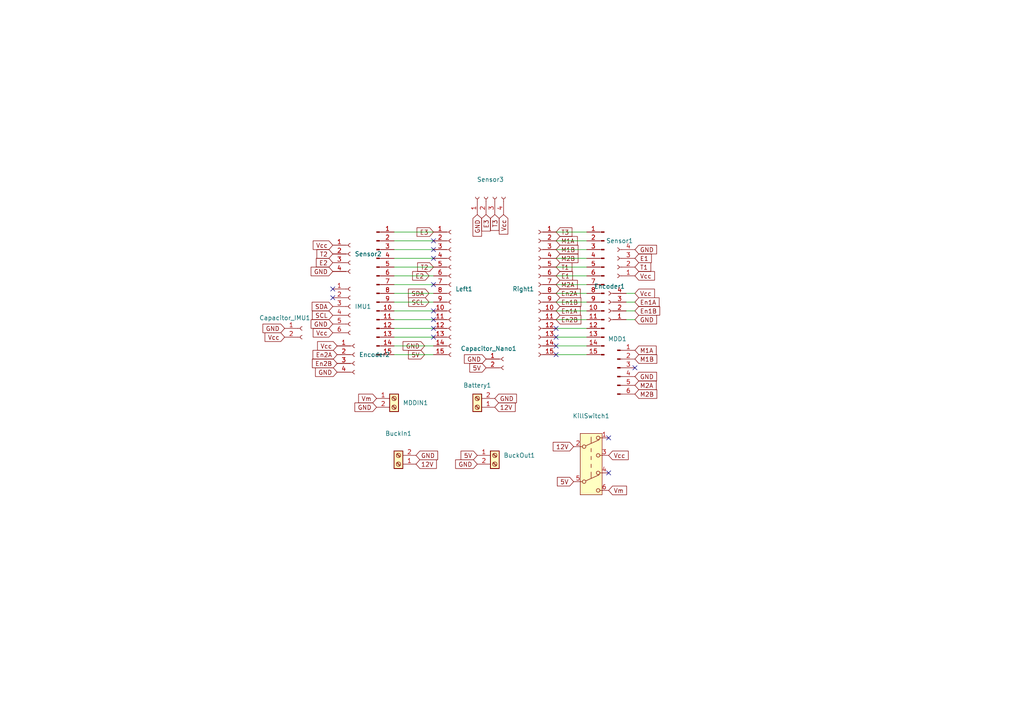
<source format=kicad_sch>
(kicad_sch
	(version 20231120)
	(generator "eeschema")
	(generator_version "8.0")
	(uuid "a709d403-3943-48b2-8285-b4b14eec5918")
	(paper "A4")
	(lib_symbols
		(symbol "Connector:Conn_01x02_Socket"
			(pin_names
				(offset 1.016) hide)
			(exclude_from_sim no)
			(in_bom yes)
			(on_board yes)
			(property "Reference" "J"
				(at 0 2.54 0)
				(effects
					(font
						(size 1.27 1.27)
					)
				)
			)
			(property "Value" "Conn_01x02_Socket"
				(at 0 -5.08 0)
				(effects
					(font
						(size 1.27 1.27)
					)
				)
			)
			(property "Footprint" ""
				(at 0 0 0)
				(effects
					(font
						(size 1.27 1.27)
					)
					(hide yes)
				)
			)
			(property "Datasheet" "~"
				(at 0 0 0)
				(effects
					(font
						(size 1.27 1.27)
					)
					(hide yes)
				)
			)
			(property "Description" "Generic connector, single row, 01x02, script generated"
				(at 0 0 0)
				(effects
					(font
						(size 1.27 1.27)
					)
					(hide yes)
				)
			)
			(property "ki_locked" ""
				(at 0 0 0)
				(effects
					(font
						(size 1.27 1.27)
					)
				)
			)
			(property "ki_keywords" "connector"
				(at 0 0 0)
				(effects
					(font
						(size 1.27 1.27)
					)
					(hide yes)
				)
			)
			(property "ki_fp_filters" "Connector*:*_1x??_*"
				(at 0 0 0)
				(effects
					(font
						(size 1.27 1.27)
					)
					(hide yes)
				)
			)
			(symbol "Conn_01x02_Socket_1_1"
				(arc
					(start 0 -2.032)
					(mid -0.5058 -2.54)
					(end 0 -3.048)
					(stroke
						(width 0.1524)
						(type default)
					)
					(fill
						(type none)
					)
				)
				(polyline
					(pts
						(xy -1.27 -2.54) (xy -0.508 -2.54)
					)
					(stroke
						(width 0.1524)
						(type default)
					)
					(fill
						(type none)
					)
				)
				(polyline
					(pts
						(xy -1.27 0) (xy -0.508 0)
					)
					(stroke
						(width 0.1524)
						(type default)
					)
					(fill
						(type none)
					)
				)
				(arc
					(start 0 0.508)
					(mid -0.5058 0)
					(end 0 -0.508)
					(stroke
						(width 0.1524)
						(type default)
					)
					(fill
						(type none)
					)
				)
				(pin passive line
					(at -5.08 0 0)
					(length 3.81)
					(name "Pin_1"
						(effects
							(font
								(size 1.27 1.27)
							)
						)
					)
					(number "1"
						(effects
							(font
								(size 1.27 1.27)
							)
						)
					)
				)
				(pin passive line
					(at -5.08 -2.54 0)
					(length 3.81)
					(name "Pin_2"
						(effects
							(font
								(size 1.27 1.27)
							)
						)
					)
					(number "2"
						(effects
							(font
								(size 1.27 1.27)
							)
						)
					)
				)
			)
		)
		(symbol "Connector:Conn_01x04_Socket"
			(pin_names
				(offset 1.016) hide)
			(exclude_from_sim no)
			(in_bom yes)
			(on_board yes)
			(property "Reference" "J"
				(at 0 5.08 0)
				(effects
					(font
						(size 1.27 1.27)
					)
				)
			)
			(property "Value" "Conn_01x04_Socket"
				(at 0 -7.62 0)
				(effects
					(font
						(size 1.27 1.27)
					)
				)
			)
			(property "Footprint" ""
				(at 0 0 0)
				(effects
					(font
						(size 1.27 1.27)
					)
					(hide yes)
				)
			)
			(property "Datasheet" "~"
				(at 0 0 0)
				(effects
					(font
						(size 1.27 1.27)
					)
					(hide yes)
				)
			)
			(property "Description" "Generic connector, single row, 01x04, script generated"
				(at 0 0 0)
				(effects
					(font
						(size 1.27 1.27)
					)
					(hide yes)
				)
			)
			(property "ki_locked" ""
				(at 0 0 0)
				(effects
					(font
						(size 1.27 1.27)
					)
				)
			)
			(property "ki_keywords" "connector"
				(at 0 0 0)
				(effects
					(font
						(size 1.27 1.27)
					)
					(hide yes)
				)
			)
			(property "ki_fp_filters" "Connector*:*_1x??_*"
				(at 0 0 0)
				(effects
					(font
						(size 1.27 1.27)
					)
					(hide yes)
				)
			)
			(symbol "Conn_01x04_Socket_1_1"
				(arc
					(start 0 -4.572)
					(mid -0.5058 -5.08)
					(end 0 -5.588)
					(stroke
						(width 0.1524)
						(type default)
					)
					(fill
						(type none)
					)
				)
				(arc
					(start 0 -2.032)
					(mid -0.5058 -2.54)
					(end 0 -3.048)
					(stroke
						(width 0.1524)
						(type default)
					)
					(fill
						(type none)
					)
				)
				(polyline
					(pts
						(xy -1.27 -5.08) (xy -0.508 -5.08)
					)
					(stroke
						(width 0.1524)
						(type default)
					)
					(fill
						(type none)
					)
				)
				(polyline
					(pts
						(xy -1.27 -2.54) (xy -0.508 -2.54)
					)
					(stroke
						(width 0.1524)
						(type default)
					)
					(fill
						(type none)
					)
				)
				(polyline
					(pts
						(xy -1.27 0) (xy -0.508 0)
					)
					(stroke
						(width 0.1524)
						(type default)
					)
					(fill
						(type none)
					)
				)
				(polyline
					(pts
						(xy -1.27 2.54) (xy -0.508 2.54)
					)
					(stroke
						(width 0.1524)
						(type default)
					)
					(fill
						(type none)
					)
				)
				(arc
					(start 0 0.508)
					(mid -0.5058 0)
					(end 0 -0.508)
					(stroke
						(width 0.1524)
						(type default)
					)
					(fill
						(type none)
					)
				)
				(arc
					(start 0 3.048)
					(mid -0.5058 2.54)
					(end 0 2.032)
					(stroke
						(width 0.1524)
						(type default)
					)
					(fill
						(type none)
					)
				)
				(pin passive line
					(at -5.08 2.54 0)
					(length 3.81)
					(name "Pin_1"
						(effects
							(font
								(size 1.27 1.27)
							)
						)
					)
					(number "1"
						(effects
							(font
								(size 1.27 1.27)
							)
						)
					)
				)
				(pin passive line
					(at -5.08 0 0)
					(length 3.81)
					(name "Pin_2"
						(effects
							(font
								(size 1.27 1.27)
							)
						)
					)
					(number "2"
						(effects
							(font
								(size 1.27 1.27)
							)
						)
					)
				)
				(pin passive line
					(at -5.08 -2.54 0)
					(length 3.81)
					(name "Pin_3"
						(effects
							(font
								(size 1.27 1.27)
							)
						)
					)
					(number "3"
						(effects
							(font
								(size 1.27 1.27)
							)
						)
					)
				)
				(pin passive line
					(at -5.08 -5.08 0)
					(length 3.81)
					(name "Pin_4"
						(effects
							(font
								(size 1.27 1.27)
							)
						)
					)
					(number "4"
						(effects
							(font
								(size 1.27 1.27)
							)
						)
					)
				)
			)
		)
		(symbol "Connector:Conn_01x06_Pin"
			(pin_names
				(offset 1.016) hide)
			(exclude_from_sim no)
			(in_bom yes)
			(on_board yes)
			(property "Reference" "J"
				(at 0 7.62 0)
				(effects
					(font
						(size 1.27 1.27)
					)
				)
			)
			(property "Value" "Conn_01x06_Pin"
				(at 0 -10.16 0)
				(effects
					(font
						(size 1.27 1.27)
					)
				)
			)
			(property "Footprint" ""
				(at 0 0 0)
				(effects
					(font
						(size 1.27 1.27)
					)
					(hide yes)
				)
			)
			(property "Datasheet" "~"
				(at 0 0 0)
				(effects
					(font
						(size 1.27 1.27)
					)
					(hide yes)
				)
			)
			(property "Description" "Generic connector, single row, 01x06, script generated"
				(at 0 0 0)
				(effects
					(font
						(size 1.27 1.27)
					)
					(hide yes)
				)
			)
			(property "ki_locked" ""
				(at 0 0 0)
				(effects
					(font
						(size 1.27 1.27)
					)
				)
			)
			(property "ki_keywords" "connector"
				(at 0 0 0)
				(effects
					(font
						(size 1.27 1.27)
					)
					(hide yes)
				)
			)
			(property "ki_fp_filters" "Connector*:*_1x??_*"
				(at 0 0 0)
				(effects
					(font
						(size 1.27 1.27)
					)
					(hide yes)
				)
			)
			(symbol "Conn_01x06_Pin_1_1"
				(polyline
					(pts
						(xy 1.27 -7.62) (xy 0.8636 -7.62)
					)
					(stroke
						(width 0.1524)
						(type default)
					)
					(fill
						(type none)
					)
				)
				(polyline
					(pts
						(xy 1.27 -5.08) (xy 0.8636 -5.08)
					)
					(stroke
						(width 0.1524)
						(type default)
					)
					(fill
						(type none)
					)
				)
				(polyline
					(pts
						(xy 1.27 -2.54) (xy 0.8636 -2.54)
					)
					(stroke
						(width 0.1524)
						(type default)
					)
					(fill
						(type none)
					)
				)
				(polyline
					(pts
						(xy 1.27 0) (xy 0.8636 0)
					)
					(stroke
						(width 0.1524)
						(type default)
					)
					(fill
						(type none)
					)
				)
				(polyline
					(pts
						(xy 1.27 2.54) (xy 0.8636 2.54)
					)
					(stroke
						(width 0.1524)
						(type default)
					)
					(fill
						(type none)
					)
				)
				(polyline
					(pts
						(xy 1.27 5.08) (xy 0.8636 5.08)
					)
					(stroke
						(width 0.1524)
						(type default)
					)
					(fill
						(type none)
					)
				)
				(rectangle
					(start 0.8636 -7.493)
					(end 0 -7.747)
					(stroke
						(width 0.1524)
						(type default)
					)
					(fill
						(type outline)
					)
				)
				(rectangle
					(start 0.8636 -4.953)
					(end 0 -5.207)
					(stroke
						(width 0.1524)
						(type default)
					)
					(fill
						(type outline)
					)
				)
				(rectangle
					(start 0.8636 -2.413)
					(end 0 -2.667)
					(stroke
						(width 0.1524)
						(type default)
					)
					(fill
						(type outline)
					)
				)
				(rectangle
					(start 0.8636 0.127)
					(end 0 -0.127)
					(stroke
						(width 0.1524)
						(type default)
					)
					(fill
						(type outline)
					)
				)
				(rectangle
					(start 0.8636 2.667)
					(end 0 2.413)
					(stroke
						(width 0.1524)
						(type default)
					)
					(fill
						(type outline)
					)
				)
				(rectangle
					(start 0.8636 5.207)
					(end 0 4.953)
					(stroke
						(width 0.1524)
						(type default)
					)
					(fill
						(type outline)
					)
				)
				(pin passive line
					(at 5.08 5.08 180)
					(length 3.81)
					(name "Pin_1"
						(effects
							(font
								(size 1.27 1.27)
							)
						)
					)
					(number "1"
						(effects
							(font
								(size 1.27 1.27)
							)
						)
					)
				)
				(pin passive line
					(at 5.08 2.54 180)
					(length 3.81)
					(name "Pin_2"
						(effects
							(font
								(size 1.27 1.27)
							)
						)
					)
					(number "2"
						(effects
							(font
								(size 1.27 1.27)
							)
						)
					)
				)
				(pin passive line
					(at 5.08 0 180)
					(length 3.81)
					(name "Pin_3"
						(effects
							(font
								(size 1.27 1.27)
							)
						)
					)
					(number "3"
						(effects
							(font
								(size 1.27 1.27)
							)
						)
					)
				)
				(pin passive line
					(at 5.08 -2.54 180)
					(length 3.81)
					(name "Pin_4"
						(effects
							(font
								(size 1.27 1.27)
							)
						)
					)
					(number "4"
						(effects
							(font
								(size 1.27 1.27)
							)
						)
					)
				)
				(pin passive line
					(at 5.08 -5.08 180)
					(length 3.81)
					(name "Pin_5"
						(effects
							(font
								(size 1.27 1.27)
							)
						)
					)
					(number "5"
						(effects
							(font
								(size 1.27 1.27)
							)
						)
					)
				)
				(pin passive line
					(at 5.08 -7.62 180)
					(length 3.81)
					(name "Pin_6"
						(effects
							(font
								(size 1.27 1.27)
							)
						)
					)
					(number "6"
						(effects
							(font
								(size 1.27 1.27)
							)
						)
					)
				)
			)
		)
		(symbol "Connector:Conn_01x06_Socket"
			(pin_names
				(offset 1.016) hide)
			(exclude_from_sim no)
			(in_bom yes)
			(on_board yes)
			(property "Reference" "J"
				(at 0 7.62 0)
				(effects
					(font
						(size 1.27 1.27)
					)
				)
			)
			(property "Value" "Conn_01x06_Socket"
				(at 0 -10.16 0)
				(effects
					(font
						(size 1.27 1.27)
					)
				)
			)
			(property "Footprint" ""
				(at 0 0 0)
				(effects
					(font
						(size 1.27 1.27)
					)
					(hide yes)
				)
			)
			(property "Datasheet" "~"
				(at 0 0 0)
				(effects
					(font
						(size 1.27 1.27)
					)
					(hide yes)
				)
			)
			(property "Description" "Generic connector, single row, 01x06, script generated"
				(at 0 0 0)
				(effects
					(font
						(size 1.27 1.27)
					)
					(hide yes)
				)
			)
			(property "ki_locked" ""
				(at 0 0 0)
				(effects
					(font
						(size 1.27 1.27)
					)
				)
			)
			(property "ki_keywords" "connector"
				(at 0 0 0)
				(effects
					(font
						(size 1.27 1.27)
					)
					(hide yes)
				)
			)
			(property "ki_fp_filters" "Connector*:*_1x??_*"
				(at 0 0 0)
				(effects
					(font
						(size 1.27 1.27)
					)
					(hide yes)
				)
			)
			(symbol "Conn_01x06_Socket_1_1"
				(arc
					(start 0 -7.112)
					(mid -0.5058 -7.62)
					(end 0 -8.128)
					(stroke
						(width 0.1524)
						(type default)
					)
					(fill
						(type none)
					)
				)
				(arc
					(start 0 -4.572)
					(mid -0.5058 -5.08)
					(end 0 -5.588)
					(stroke
						(width 0.1524)
						(type default)
					)
					(fill
						(type none)
					)
				)
				(arc
					(start 0 -2.032)
					(mid -0.5058 -2.54)
					(end 0 -3.048)
					(stroke
						(width 0.1524)
						(type default)
					)
					(fill
						(type none)
					)
				)
				(polyline
					(pts
						(xy -1.27 -7.62) (xy -0.508 -7.62)
					)
					(stroke
						(width 0.1524)
						(type default)
					)
					(fill
						(type none)
					)
				)
				(polyline
					(pts
						(xy -1.27 -5.08) (xy -0.508 -5.08)
					)
					(stroke
						(width 0.1524)
						(type default)
					)
					(fill
						(type none)
					)
				)
				(polyline
					(pts
						(xy -1.27 -2.54) (xy -0.508 -2.54)
					)
					(stroke
						(width 0.1524)
						(type default)
					)
					(fill
						(type none)
					)
				)
				(polyline
					(pts
						(xy -1.27 0) (xy -0.508 0)
					)
					(stroke
						(width 0.1524)
						(type default)
					)
					(fill
						(type none)
					)
				)
				(polyline
					(pts
						(xy -1.27 2.54) (xy -0.508 2.54)
					)
					(stroke
						(width 0.1524)
						(type default)
					)
					(fill
						(type none)
					)
				)
				(polyline
					(pts
						(xy -1.27 5.08) (xy -0.508 5.08)
					)
					(stroke
						(width 0.1524)
						(type default)
					)
					(fill
						(type none)
					)
				)
				(arc
					(start 0 0.508)
					(mid -0.5058 0)
					(end 0 -0.508)
					(stroke
						(width 0.1524)
						(type default)
					)
					(fill
						(type none)
					)
				)
				(arc
					(start 0 3.048)
					(mid -0.5058 2.54)
					(end 0 2.032)
					(stroke
						(width 0.1524)
						(type default)
					)
					(fill
						(type none)
					)
				)
				(arc
					(start 0 5.588)
					(mid -0.5058 5.08)
					(end 0 4.572)
					(stroke
						(width 0.1524)
						(type default)
					)
					(fill
						(type none)
					)
				)
				(pin passive line
					(at -5.08 5.08 0)
					(length 3.81)
					(name "Pin_1"
						(effects
							(font
								(size 1.27 1.27)
							)
						)
					)
					(number "1"
						(effects
							(font
								(size 1.27 1.27)
							)
						)
					)
				)
				(pin passive line
					(at -5.08 2.54 0)
					(length 3.81)
					(name "Pin_2"
						(effects
							(font
								(size 1.27 1.27)
							)
						)
					)
					(number "2"
						(effects
							(font
								(size 1.27 1.27)
							)
						)
					)
				)
				(pin passive line
					(at -5.08 0 0)
					(length 3.81)
					(name "Pin_3"
						(effects
							(font
								(size 1.27 1.27)
							)
						)
					)
					(number "3"
						(effects
							(font
								(size 1.27 1.27)
							)
						)
					)
				)
				(pin passive line
					(at -5.08 -2.54 0)
					(length 3.81)
					(name "Pin_4"
						(effects
							(font
								(size 1.27 1.27)
							)
						)
					)
					(number "4"
						(effects
							(font
								(size 1.27 1.27)
							)
						)
					)
				)
				(pin passive line
					(at -5.08 -5.08 0)
					(length 3.81)
					(name "Pin_5"
						(effects
							(font
								(size 1.27 1.27)
							)
						)
					)
					(number "5"
						(effects
							(font
								(size 1.27 1.27)
							)
						)
					)
				)
				(pin passive line
					(at -5.08 -7.62 0)
					(length 3.81)
					(name "Pin_6"
						(effects
							(font
								(size 1.27 1.27)
							)
						)
					)
					(number "6"
						(effects
							(font
								(size 1.27 1.27)
							)
						)
					)
				)
			)
		)
		(symbol "Connector:Conn_01x15_Pin"
			(pin_names
				(offset 1.016) hide)
			(exclude_from_sim no)
			(in_bom yes)
			(on_board yes)
			(property "Reference" "J"
				(at 0 20.32 0)
				(effects
					(font
						(size 1.27 1.27)
					)
				)
			)
			(property "Value" "Conn_01x15_Pin"
				(at 0 -20.32 0)
				(effects
					(font
						(size 1.27 1.27)
					)
				)
			)
			(property "Footprint" ""
				(at 0 0 0)
				(effects
					(font
						(size 1.27 1.27)
					)
					(hide yes)
				)
			)
			(property "Datasheet" "~"
				(at 0 0 0)
				(effects
					(font
						(size 1.27 1.27)
					)
					(hide yes)
				)
			)
			(property "Description" "Generic connector, single row, 01x15, script generated"
				(at 0 0 0)
				(effects
					(font
						(size 1.27 1.27)
					)
					(hide yes)
				)
			)
			(property "ki_locked" ""
				(at 0 0 0)
				(effects
					(font
						(size 1.27 1.27)
					)
				)
			)
			(property "ki_keywords" "connector"
				(at 0 0 0)
				(effects
					(font
						(size 1.27 1.27)
					)
					(hide yes)
				)
			)
			(property "ki_fp_filters" "Connector*:*_1x??_*"
				(at 0 0 0)
				(effects
					(font
						(size 1.27 1.27)
					)
					(hide yes)
				)
			)
			(symbol "Conn_01x15_Pin_1_1"
				(polyline
					(pts
						(xy 1.27 -17.78) (xy 0.8636 -17.78)
					)
					(stroke
						(width 0.1524)
						(type default)
					)
					(fill
						(type none)
					)
				)
				(polyline
					(pts
						(xy 1.27 -15.24) (xy 0.8636 -15.24)
					)
					(stroke
						(width 0.1524)
						(type default)
					)
					(fill
						(type none)
					)
				)
				(polyline
					(pts
						(xy 1.27 -12.7) (xy 0.8636 -12.7)
					)
					(stroke
						(width 0.1524)
						(type default)
					)
					(fill
						(type none)
					)
				)
				(polyline
					(pts
						(xy 1.27 -10.16) (xy 0.8636 -10.16)
					)
					(stroke
						(width 0.1524)
						(type default)
					)
					(fill
						(type none)
					)
				)
				(polyline
					(pts
						(xy 1.27 -7.62) (xy 0.8636 -7.62)
					)
					(stroke
						(width 0.1524)
						(type default)
					)
					(fill
						(type none)
					)
				)
				(polyline
					(pts
						(xy 1.27 -5.08) (xy 0.8636 -5.08)
					)
					(stroke
						(width 0.1524)
						(type default)
					)
					(fill
						(type none)
					)
				)
				(polyline
					(pts
						(xy 1.27 -2.54) (xy 0.8636 -2.54)
					)
					(stroke
						(width 0.1524)
						(type default)
					)
					(fill
						(type none)
					)
				)
				(polyline
					(pts
						(xy 1.27 0) (xy 0.8636 0)
					)
					(stroke
						(width 0.1524)
						(type default)
					)
					(fill
						(type none)
					)
				)
				(polyline
					(pts
						(xy 1.27 2.54) (xy 0.8636 2.54)
					)
					(stroke
						(width 0.1524)
						(type default)
					)
					(fill
						(type none)
					)
				)
				(polyline
					(pts
						(xy 1.27 5.08) (xy 0.8636 5.08)
					)
					(stroke
						(width 0.1524)
						(type default)
					)
					(fill
						(type none)
					)
				)
				(polyline
					(pts
						(xy 1.27 7.62) (xy 0.8636 7.62)
					)
					(stroke
						(width 0.1524)
						(type default)
					)
					(fill
						(type none)
					)
				)
				(polyline
					(pts
						(xy 1.27 10.16) (xy 0.8636 10.16)
					)
					(stroke
						(width 0.1524)
						(type default)
					)
					(fill
						(type none)
					)
				)
				(polyline
					(pts
						(xy 1.27 12.7) (xy 0.8636 12.7)
					)
					(stroke
						(width 0.1524)
						(type default)
					)
					(fill
						(type none)
					)
				)
				(polyline
					(pts
						(xy 1.27 15.24) (xy 0.8636 15.24)
					)
					(stroke
						(width 0.1524)
						(type default)
					)
					(fill
						(type none)
					)
				)
				(polyline
					(pts
						(xy 1.27 17.78) (xy 0.8636 17.78)
					)
					(stroke
						(width 0.1524)
						(type default)
					)
					(fill
						(type none)
					)
				)
				(rectangle
					(start 0.8636 -17.653)
					(end 0 -17.907)
					(stroke
						(width 0.1524)
						(type default)
					)
					(fill
						(type outline)
					)
				)
				(rectangle
					(start 0.8636 -15.113)
					(end 0 -15.367)
					(stroke
						(width 0.1524)
						(type default)
					)
					(fill
						(type outline)
					)
				)
				(rectangle
					(start 0.8636 -12.573)
					(end 0 -12.827)
					(stroke
						(width 0.1524)
						(type default)
					)
					(fill
						(type outline)
					)
				)
				(rectangle
					(start 0.8636 -10.033)
					(end 0 -10.287)
					(stroke
						(width 0.1524)
						(type default)
					)
					(fill
						(type outline)
					)
				)
				(rectangle
					(start 0.8636 -7.493)
					(end 0 -7.747)
					(stroke
						(width 0.1524)
						(type default)
					)
					(fill
						(type outline)
					)
				)
				(rectangle
					(start 0.8636 -4.953)
					(end 0 -5.207)
					(stroke
						(width 0.1524)
						(type default)
					)
					(fill
						(type outline)
					)
				)
				(rectangle
					(start 0.8636 -2.413)
					(end 0 -2.667)
					(stroke
						(width 0.1524)
						(type default)
					)
					(fill
						(type outline)
					)
				)
				(rectangle
					(start 0.8636 0.127)
					(end 0 -0.127)
					(stroke
						(width 0.1524)
						(type default)
					)
					(fill
						(type outline)
					)
				)
				(rectangle
					(start 0.8636 2.667)
					(end 0 2.413)
					(stroke
						(width 0.1524)
						(type default)
					)
					(fill
						(type outline)
					)
				)
				(rectangle
					(start 0.8636 5.207)
					(end 0 4.953)
					(stroke
						(width 0.1524)
						(type default)
					)
					(fill
						(type outline)
					)
				)
				(rectangle
					(start 0.8636 7.747)
					(end 0 7.493)
					(stroke
						(width 0.1524)
						(type default)
					)
					(fill
						(type outline)
					)
				)
				(rectangle
					(start 0.8636 10.287)
					(end 0 10.033)
					(stroke
						(width 0.1524)
						(type default)
					)
					(fill
						(type outline)
					)
				)
				(rectangle
					(start 0.8636 12.827)
					(end 0 12.573)
					(stroke
						(width 0.1524)
						(type default)
					)
					(fill
						(type outline)
					)
				)
				(rectangle
					(start 0.8636 15.367)
					(end 0 15.113)
					(stroke
						(width 0.1524)
						(type default)
					)
					(fill
						(type outline)
					)
				)
				(rectangle
					(start 0.8636 17.907)
					(end 0 17.653)
					(stroke
						(width 0.1524)
						(type default)
					)
					(fill
						(type outline)
					)
				)
				(pin passive line
					(at 5.08 17.78 180)
					(length 3.81)
					(name "Pin_1"
						(effects
							(font
								(size 1.27 1.27)
							)
						)
					)
					(number "1"
						(effects
							(font
								(size 1.27 1.27)
							)
						)
					)
				)
				(pin passive line
					(at 5.08 -5.08 180)
					(length 3.81)
					(name "Pin_10"
						(effects
							(font
								(size 1.27 1.27)
							)
						)
					)
					(number "10"
						(effects
							(font
								(size 1.27 1.27)
							)
						)
					)
				)
				(pin passive line
					(at 5.08 -7.62 180)
					(length 3.81)
					(name "Pin_11"
						(effects
							(font
								(size 1.27 1.27)
							)
						)
					)
					(number "11"
						(effects
							(font
								(size 1.27 1.27)
							)
						)
					)
				)
				(pin passive line
					(at 5.08 -10.16 180)
					(length 3.81)
					(name "Pin_12"
						(effects
							(font
								(size 1.27 1.27)
							)
						)
					)
					(number "12"
						(effects
							(font
								(size 1.27 1.27)
							)
						)
					)
				)
				(pin passive line
					(at 5.08 -12.7 180)
					(length 3.81)
					(name "Pin_13"
						(effects
							(font
								(size 1.27 1.27)
							)
						)
					)
					(number "13"
						(effects
							(font
								(size 1.27 1.27)
							)
						)
					)
				)
				(pin passive line
					(at 5.08 -15.24 180)
					(length 3.81)
					(name "Pin_14"
						(effects
							(font
								(size 1.27 1.27)
							)
						)
					)
					(number "14"
						(effects
							(font
								(size 1.27 1.27)
							)
						)
					)
				)
				(pin passive line
					(at 5.08 -17.78 180)
					(length 3.81)
					(name "Pin_15"
						(effects
							(font
								(size 1.27 1.27)
							)
						)
					)
					(number "15"
						(effects
							(font
								(size 1.27 1.27)
							)
						)
					)
				)
				(pin passive line
					(at 5.08 15.24 180)
					(length 3.81)
					(name "Pin_2"
						(effects
							(font
								(size 1.27 1.27)
							)
						)
					)
					(number "2"
						(effects
							(font
								(size 1.27 1.27)
							)
						)
					)
				)
				(pin passive line
					(at 5.08 12.7 180)
					(length 3.81)
					(name "Pin_3"
						(effects
							(font
								(size 1.27 1.27)
							)
						)
					)
					(number "3"
						(effects
							(font
								(size 1.27 1.27)
							)
						)
					)
				)
				(pin passive line
					(at 5.08 10.16 180)
					(length 3.81)
					(name "Pin_4"
						(effects
							(font
								(size 1.27 1.27)
							)
						)
					)
					(number "4"
						(effects
							(font
								(size 1.27 1.27)
							)
						)
					)
				)
				(pin passive line
					(at 5.08 7.62 180)
					(length 3.81)
					(name "Pin_5"
						(effects
							(font
								(size 1.27 1.27)
							)
						)
					)
					(number "5"
						(effects
							(font
								(size 1.27 1.27)
							)
						)
					)
				)
				(pin passive line
					(at 5.08 5.08 180)
					(length 3.81)
					(name "Pin_6"
						(effects
							(font
								(size 1.27 1.27)
							)
						)
					)
					(number "6"
						(effects
							(font
								(size 1.27 1.27)
							)
						)
					)
				)
				(pin passive line
					(at 5.08 2.54 180)
					(length 3.81)
					(name "Pin_7"
						(effects
							(font
								(size 1.27 1.27)
							)
						)
					)
					(number "7"
						(effects
							(font
								(size 1.27 1.27)
							)
						)
					)
				)
				(pin passive line
					(at 5.08 0 180)
					(length 3.81)
					(name "Pin_8"
						(effects
							(font
								(size 1.27 1.27)
							)
						)
					)
					(number "8"
						(effects
							(font
								(size 1.27 1.27)
							)
						)
					)
				)
				(pin passive line
					(at 5.08 -2.54 180)
					(length 3.81)
					(name "Pin_9"
						(effects
							(font
								(size 1.27 1.27)
							)
						)
					)
					(number "9"
						(effects
							(font
								(size 1.27 1.27)
							)
						)
					)
				)
			)
		)
		(symbol "Connector:Conn_01x15_Socket"
			(pin_names
				(offset 1.016) hide)
			(exclude_from_sim no)
			(in_bom yes)
			(on_board yes)
			(property "Reference" "J"
				(at 0 20.32 0)
				(effects
					(font
						(size 1.27 1.27)
					)
				)
			)
			(property "Value" "Conn_01x15_Socket"
				(at 0 -20.32 0)
				(effects
					(font
						(size 1.27 1.27)
					)
				)
			)
			(property "Footprint" ""
				(at 0 0 0)
				(effects
					(font
						(size 1.27 1.27)
					)
					(hide yes)
				)
			)
			(property "Datasheet" "~"
				(at 0 0 0)
				(effects
					(font
						(size 1.27 1.27)
					)
					(hide yes)
				)
			)
			(property "Description" "Generic connector, single row, 01x15, script generated"
				(at 0 0 0)
				(effects
					(font
						(size 1.27 1.27)
					)
					(hide yes)
				)
			)
			(property "ki_locked" ""
				(at 0 0 0)
				(effects
					(font
						(size 1.27 1.27)
					)
				)
			)
			(property "ki_keywords" "connector"
				(at 0 0 0)
				(effects
					(font
						(size 1.27 1.27)
					)
					(hide yes)
				)
			)
			(property "ki_fp_filters" "Connector*:*_1x??_*"
				(at 0 0 0)
				(effects
					(font
						(size 1.27 1.27)
					)
					(hide yes)
				)
			)
			(symbol "Conn_01x15_Socket_1_1"
				(arc
					(start 0 -17.272)
					(mid -0.5058 -17.78)
					(end 0 -18.288)
					(stroke
						(width 0.1524)
						(type default)
					)
					(fill
						(type none)
					)
				)
				(arc
					(start 0 -14.732)
					(mid -0.5058 -15.24)
					(end 0 -15.748)
					(stroke
						(width 0.1524)
						(type default)
					)
					(fill
						(type none)
					)
				)
				(arc
					(start 0 -12.192)
					(mid -0.5058 -12.7)
					(end 0 -13.208)
					(stroke
						(width 0.1524)
						(type default)
					)
					(fill
						(type none)
					)
				)
				(arc
					(start 0 -9.652)
					(mid -0.5058 -10.16)
					(end 0 -10.668)
					(stroke
						(width 0.1524)
						(type default)
					)
					(fill
						(type none)
					)
				)
				(arc
					(start 0 -7.112)
					(mid -0.5058 -7.62)
					(end 0 -8.128)
					(stroke
						(width 0.1524)
						(type default)
					)
					(fill
						(type none)
					)
				)
				(arc
					(start 0 -4.572)
					(mid -0.5058 -5.08)
					(end 0 -5.588)
					(stroke
						(width 0.1524)
						(type default)
					)
					(fill
						(type none)
					)
				)
				(arc
					(start 0 -2.032)
					(mid -0.5058 -2.54)
					(end 0 -3.048)
					(stroke
						(width 0.1524)
						(type default)
					)
					(fill
						(type none)
					)
				)
				(polyline
					(pts
						(xy -1.27 -17.78) (xy -0.508 -17.78)
					)
					(stroke
						(width 0.1524)
						(type default)
					)
					(fill
						(type none)
					)
				)
				(polyline
					(pts
						(xy -1.27 -15.24) (xy -0.508 -15.24)
					)
					(stroke
						(width 0.1524)
						(type default)
					)
					(fill
						(type none)
					)
				)
				(polyline
					(pts
						(xy -1.27 -12.7) (xy -0.508 -12.7)
					)
					(stroke
						(width 0.1524)
						(type default)
					)
					(fill
						(type none)
					)
				)
				(polyline
					(pts
						(xy -1.27 -10.16) (xy -0.508 -10.16)
					)
					(stroke
						(width 0.1524)
						(type default)
					)
					(fill
						(type none)
					)
				)
				(polyline
					(pts
						(xy -1.27 -7.62) (xy -0.508 -7.62)
					)
					(stroke
						(width 0.1524)
						(type default)
					)
					(fill
						(type none)
					)
				)
				(polyline
					(pts
						(xy -1.27 -5.08) (xy -0.508 -5.08)
					)
					(stroke
						(width 0.1524)
						(type default)
					)
					(fill
						(type none)
					)
				)
				(polyline
					(pts
						(xy -1.27 -2.54) (xy -0.508 -2.54)
					)
					(stroke
						(width 0.1524)
						(type default)
					)
					(fill
						(type none)
					)
				)
				(polyline
					(pts
						(xy -1.27 0) (xy -0.508 0)
					)
					(stroke
						(width 0.1524)
						(type default)
					)
					(fill
						(type none)
					)
				)
				(polyline
					(pts
						(xy -1.27 2.54) (xy -0.508 2.54)
					)
					(stroke
						(width 0.1524)
						(type default)
					)
					(fill
						(type none)
					)
				)
				(polyline
					(pts
						(xy -1.27 5.08) (xy -0.508 5.08)
					)
					(stroke
						(width 0.1524)
						(type default)
					)
					(fill
						(type none)
					)
				)
				(polyline
					(pts
						(xy -1.27 7.62) (xy -0.508 7.62)
					)
					(stroke
						(width 0.1524)
						(type default)
					)
					(fill
						(type none)
					)
				)
				(polyline
					(pts
						(xy -1.27 10.16) (xy -0.508 10.16)
					)
					(stroke
						(width 0.1524)
						(type default)
					)
					(fill
						(type none)
					)
				)
				(polyline
					(pts
						(xy -1.27 12.7) (xy -0.508 12.7)
					)
					(stroke
						(width 0.1524)
						(type default)
					)
					(fill
						(type none)
					)
				)
				(polyline
					(pts
						(xy -1.27 15.24) (xy -0.508 15.24)
					)
					(stroke
						(width 0.1524)
						(type default)
					)
					(fill
						(type none)
					)
				)
				(polyline
					(pts
						(xy -1.27 17.78) (xy -0.508 17.78)
					)
					(stroke
						(width 0.1524)
						(type default)
					)
					(fill
						(type none)
					)
				)
				(arc
					(start 0 0.508)
					(mid -0.5058 0)
					(end 0 -0.508)
					(stroke
						(width 0.1524)
						(type default)
					)
					(fill
						(type none)
					)
				)
				(arc
					(start 0 3.048)
					(mid -0.5058 2.54)
					(end 0 2.032)
					(stroke
						(width 0.1524)
						(type default)
					)
					(fill
						(type none)
					)
				)
				(arc
					(start 0 5.588)
					(mid -0.5058 5.08)
					(end 0 4.572)
					(stroke
						(width 0.1524)
						(type default)
					)
					(fill
						(type none)
					)
				)
				(arc
					(start 0 8.128)
					(mid -0.5058 7.62)
					(end 0 7.112)
					(stroke
						(width 0.1524)
						(type default)
					)
					(fill
						(type none)
					)
				)
				(arc
					(start 0 10.668)
					(mid -0.5058 10.16)
					(end 0 9.652)
					(stroke
						(width 0.1524)
						(type default)
					)
					(fill
						(type none)
					)
				)
				(arc
					(start 0 13.208)
					(mid -0.5058 12.7)
					(end 0 12.192)
					(stroke
						(width 0.1524)
						(type default)
					)
					(fill
						(type none)
					)
				)
				(arc
					(start 0 15.748)
					(mid -0.5058 15.24)
					(end 0 14.732)
					(stroke
						(width 0.1524)
						(type default)
					)
					(fill
						(type none)
					)
				)
				(arc
					(start 0 18.288)
					(mid -0.5058 17.78)
					(end 0 17.272)
					(stroke
						(width 0.1524)
						(type default)
					)
					(fill
						(type none)
					)
				)
				(pin passive line
					(at -5.08 17.78 0)
					(length 3.81)
					(name "Pin_1"
						(effects
							(font
								(size 1.27 1.27)
							)
						)
					)
					(number "1"
						(effects
							(font
								(size 1.27 1.27)
							)
						)
					)
				)
				(pin passive line
					(at -5.08 -5.08 0)
					(length 3.81)
					(name "Pin_10"
						(effects
							(font
								(size 1.27 1.27)
							)
						)
					)
					(number "10"
						(effects
							(font
								(size 1.27 1.27)
							)
						)
					)
				)
				(pin passive line
					(at -5.08 -7.62 0)
					(length 3.81)
					(name "Pin_11"
						(effects
							(font
								(size 1.27 1.27)
							)
						)
					)
					(number "11"
						(effects
							(font
								(size 1.27 1.27)
							)
						)
					)
				)
				(pin passive line
					(at -5.08 -10.16 0)
					(length 3.81)
					(name "Pin_12"
						(effects
							(font
								(size 1.27 1.27)
							)
						)
					)
					(number "12"
						(effects
							(font
								(size 1.27 1.27)
							)
						)
					)
				)
				(pin passive line
					(at -5.08 -12.7 0)
					(length 3.81)
					(name "Pin_13"
						(effects
							(font
								(size 1.27 1.27)
							)
						)
					)
					(number "13"
						(effects
							(font
								(size 1.27 1.27)
							)
						)
					)
				)
				(pin passive line
					(at -5.08 -15.24 0)
					(length 3.81)
					(name "Pin_14"
						(effects
							(font
								(size 1.27 1.27)
							)
						)
					)
					(number "14"
						(effects
							(font
								(size 1.27 1.27)
							)
						)
					)
				)
				(pin passive line
					(at -5.08 -17.78 0)
					(length 3.81)
					(name "Pin_15"
						(effects
							(font
								(size 1.27 1.27)
							)
						)
					)
					(number "15"
						(effects
							(font
								(size 1.27 1.27)
							)
						)
					)
				)
				(pin passive line
					(at -5.08 15.24 0)
					(length 3.81)
					(name "Pin_2"
						(effects
							(font
								(size 1.27 1.27)
							)
						)
					)
					(number "2"
						(effects
							(font
								(size 1.27 1.27)
							)
						)
					)
				)
				(pin passive line
					(at -5.08 12.7 0)
					(length 3.81)
					(name "Pin_3"
						(effects
							(font
								(size 1.27 1.27)
							)
						)
					)
					(number "3"
						(effects
							(font
								(size 1.27 1.27)
							)
						)
					)
				)
				(pin passive line
					(at -5.08 10.16 0)
					(length 3.81)
					(name "Pin_4"
						(effects
							(font
								(size 1.27 1.27)
							)
						)
					)
					(number "4"
						(effects
							(font
								(size 1.27 1.27)
							)
						)
					)
				)
				(pin passive line
					(at -5.08 7.62 0)
					(length 3.81)
					(name "Pin_5"
						(effects
							(font
								(size 1.27 1.27)
							)
						)
					)
					(number "5"
						(effects
							(font
								(size 1.27 1.27)
							)
						)
					)
				)
				(pin passive line
					(at -5.08 5.08 0)
					(length 3.81)
					(name "Pin_6"
						(effects
							(font
								(size 1.27 1.27)
							)
						)
					)
					(number "6"
						(effects
							(font
								(size 1.27 1.27)
							)
						)
					)
				)
				(pin passive line
					(at -5.08 2.54 0)
					(length 3.81)
					(name "Pin_7"
						(effects
							(font
								(size 1.27 1.27)
							)
						)
					)
					(number "7"
						(effects
							(font
								(size 1.27 1.27)
							)
						)
					)
				)
				(pin passive line
					(at -5.08 0 0)
					(length 3.81)
					(name "Pin_8"
						(effects
							(font
								(size 1.27 1.27)
							)
						)
					)
					(number "8"
						(effects
							(font
								(size 1.27 1.27)
							)
						)
					)
				)
				(pin passive line
					(at -5.08 -2.54 0)
					(length 3.81)
					(name "Pin_9"
						(effects
							(font
								(size 1.27 1.27)
							)
						)
					)
					(number "9"
						(effects
							(font
								(size 1.27 1.27)
							)
						)
					)
				)
			)
		)
		(symbol "Connector:Screw_Terminal_01x02"
			(pin_names
				(offset 1.016) hide)
			(exclude_from_sim no)
			(in_bom yes)
			(on_board yes)
			(property "Reference" "J"
				(at 0 2.54 0)
				(effects
					(font
						(size 1.27 1.27)
					)
				)
			)
			(property "Value" "Screw_Terminal_01x02"
				(at 0 -5.08 0)
				(effects
					(font
						(size 1.27 1.27)
					)
				)
			)
			(property "Footprint" ""
				(at 0 0 0)
				(effects
					(font
						(size 1.27 1.27)
					)
					(hide yes)
				)
			)
			(property "Datasheet" "~"
				(at 0 0 0)
				(effects
					(font
						(size 1.27 1.27)
					)
					(hide yes)
				)
			)
			(property "Description" "Generic screw terminal, single row, 01x02, script generated (kicad-library-utils/schlib/autogen/connector/)"
				(at 0 0 0)
				(effects
					(font
						(size 1.27 1.27)
					)
					(hide yes)
				)
			)
			(property "ki_keywords" "screw terminal"
				(at 0 0 0)
				(effects
					(font
						(size 1.27 1.27)
					)
					(hide yes)
				)
			)
			(property "ki_fp_filters" "TerminalBlock*:*"
				(at 0 0 0)
				(effects
					(font
						(size 1.27 1.27)
					)
					(hide yes)
				)
			)
			(symbol "Screw_Terminal_01x02_1_1"
				(rectangle
					(start -1.27 1.27)
					(end 1.27 -3.81)
					(stroke
						(width 0.254)
						(type default)
					)
					(fill
						(type background)
					)
				)
				(circle
					(center 0 -2.54)
					(radius 0.635)
					(stroke
						(width 0.1524)
						(type default)
					)
					(fill
						(type none)
					)
				)
				(polyline
					(pts
						(xy -0.5334 -2.2098) (xy 0.3302 -3.048)
					)
					(stroke
						(width 0.1524)
						(type default)
					)
					(fill
						(type none)
					)
				)
				(polyline
					(pts
						(xy -0.5334 0.3302) (xy 0.3302 -0.508)
					)
					(stroke
						(width 0.1524)
						(type default)
					)
					(fill
						(type none)
					)
				)
				(polyline
					(pts
						(xy -0.3556 -2.032) (xy 0.508 -2.8702)
					)
					(stroke
						(width 0.1524)
						(type default)
					)
					(fill
						(type none)
					)
				)
				(polyline
					(pts
						(xy -0.3556 0.508) (xy 0.508 -0.3302)
					)
					(stroke
						(width 0.1524)
						(type default)
					)
					(fill
						(type none)
					)
				)
				(circle
					(center 0 0)
					(radius 0.635)
					(stroke
						(width 0.1524)
						(type default)
					)
					(fill
						(type none)
					)
				)
				(pin passive line
					(at -5.08 0 0)
					(length 3.81)
					(name "Pin_1"
						(effects
							(font
								(size 1.27 1.27)
							)
						)
					)
					(number "1"
						(effects
							(font
								(size 1.27 1.27)
							)
						)
					)
				)
				(pin passive line
					(at -5.08 -2.54 0)
					(length 3.81)
					(name "Pin_2"
						(effects
							(font
								(size 1.27 1.27)
							)
						)
					)
					(number "2"
						(effects
							(font
								(size 1.27 1.27)
							)
						)
					)
				)
			)
		)
		(symbol "Switch:SW_Push_DPDT"
			(pin_names
				(offset 0) hide)
			(exclude_from_sim no)
			(in_bom yes)
			(on_board yes)
			(property "Reference" "SW"
				(at 0 10.16 0)
				(effects
					(font
						(size 1.27 1.27)
					)
				)
			)
			(property "Value" "SW_Push_DPDT"
				(at 0 -10.16 0)
				(effects
					(font
						(size 1.27 1.27)
					)
				)
			)
			(property "Footprint" ""
				(at 0 5.08 0)
				(effects
					(font
						(size 1.27 1.27)
					)
					(hide yes)
				)
			)
			(property "Datasheet" "~"
				(at 0 5.08 0)
				(effects
					(font
						(size 1.27 1.27)
					)
					(hide yes)
				)
			)
			(property "Description" "Momentary Switch, dual pole double throw"
				(at 0 0 0)
				(effects
					(font
						(size 1.27 1.27)
					)
					(hide yes)
				)
			)
			(property "ki_keywords" "switch dual-pole double-throw spdt ON-ON"
				(at 0 0 0)
				(effects
					(font
						(size 1.27 1.27)
					)
					(hide yes)
				)
			)
			(symbol "SW_Push_DPDT_0_0"
				(circle
					(center -2.032 -5.08)
					(radius 0.508)
					(stroke
						(width 0)
						(type default)
					)
					(fill
						(type none)
					)
				)
				(circle
					(center -2.032 5.08)
					(radius 0.508)
					(stroke
						(width 0)
						(type default)
					)
					(fill
						(type none)
					)
				)
				(circle
					(center 2.032 -7.62)
					(radius 0.508)
					(stroke
						(width 0)
						(type default)
					)
					(fill
						(type none)
					)
				)
				(circle
					(center 2.032 2.54)
					(radius 0.508)
					(stroke
						(width 0)
						(type default)
					)
					(fill
						(type none)
					)
				)
			)
			(symbol "SW_Push_DPDT_0_1"
				(polyline
					(pts
						(xy -1.524 -4.826) (xy 2.3368 -3.0988)
					)
					(stroke
						(width 0)
						(type default)
					)
					(fill
						(type none)
					)
				)
				(polyline
					(pts
						(xy -1.524 5.334) (xy 2.3368 7.0612)
					)
					(stroke
						(width 0)
						(type default)
					)
					(fill
						(type none)
					)
				)
				(polyline
					(pts
						(xy 0 -2.286) (xy 0 -4.064)
					)
					(stroke
						(width 0)
						(type default)
					)
					(fill
						(type none)
					)
				)
				(polyline
					(pts
						(xy 0 -1.016) (xy 0 0)
					)
					(stroke
						(width 0)
						(type default)
					)
					(fill
						(type none)
					)
				)
				(polyline
					(pts
						(xy 0 1.27) (xy 0 2.286)
					)
					(stroke
						(width 0)
						(type default)
					)
					(fill
						(type none)
					)
				)
				(polyline
					(pts
						(xy 0 3.556) (xy 0 4.572)
					)
					(stroke
						(width 0)
						(type default)
					)
					(fill
						(type none)
					)
				)
				(polyline
					(pts
						(xy 0 7.874) (xy 0 6.096)
					)
					(stroke
						(width 0)
						(type default)
					)
					(fill
						(type none)
					)
				)
				(circle
					(center 2.032 -2.54)
					(radius 0.508)
					(stroke
						(width 0)
						(type default)
					)
					(fill
						(type none)
					)
				)
				(circle
					(center 2.032 7.62)
					(radius 0.508)
					(stroke
						(width 0)
						(type default)
					)
					(fill
						(type none)
					)
				)
			)
			(symbol "SW_Push_DPDT_1_1"
				(rectangle
					(start -3.175 8.89)
					(end 3.175 -8.89)
					(stroke
						(width 0)
						(type default)
					)
					(fill
						(type background)
					)
				)
				(pin passive line
					(at 5.08 7.62 180)
					(length 2.54)
					(name "A"
						(effects
							(font
								(size 1.27 1.27)
							)
						)
					)
					(number "1"
						(effects
							(font
								(size 1.27 1.27)
							)
						)
					)
				)
				(pin passive line
					(at -5.08 5.08 0)
					(length 2.54)
					(name "B"
						(effects
							(font
								(size 1.27 1.27)
							)
						)
					)
					(number "2"
						(effects
							(font
								(size 1.27 1.27)
							)
						)
					)
				)
				(pin passive line
					(at 5.08 2.54 180)
					(length 2.54)
					(name "C"
						(effects
							(font
								(size 1.27 1.27)
							)
						)
					)
					(number "3"
						(effects
							(font
								(size 1.27 1.27)
							)
						)
					)
				)
				(pin passive line
					(at 5.08 -2.54 180)
					(length 2.54)
					(name "A"
						(effects
							(font
								(size 1.27 1.27)
							)
						)
					)
					(number "4"
						(effects
							(font
								(size 1.27 1.27)
							)
						)
					)
				)
				(pin passive line
					(at -5.08 -5.08 0)
					(length 2.54)
					(name "B"
						(effects
							(font
								(size 1.27 1.27)
							)
						)
					)
					(number "5"
						(effects
							(font
								(size 1.27 1.27)
							)
						)
					)
				)
				(pin passive line
					(at 5.08 -7.62 180)
					(length 2.54)
					(name "C"
						(effects
							(font
								(size 1.27 1.27)
							)
						)
					)
					(number "6"
						(effects
							(font
								(size 1.27 1.27)
							)
						)
					)
				)
			)
		)
	)
	(no_connect
		(at 161.29 100.33)
		(uuid "01762d57-98d5-4278-8727-8b359439397b")
	)
	(no_connect
		(at 161.29 97.79)
		(uuid "0d9ba72b-9e73-4a86-9684-6b239422dcd6")
	)
	(no_connect
		(at 125.73 74.93)
		(uuid "0fcea36c-2b7a-4386-949a-88a05aca031a")
	)
	(no_connect
		(at 176.53 127)
		(uuid "205b08a5-9c35-4446-91b4-534c60623df7")
	)
	(no_connect
		(at 161.29 102.87)
		(uuid "232ce9f9-ba41-4c43-bbb7-1918e524760c")
	)
	(no_connect
		(at 125.73 92.71)
		(uuid "331691c6-d54a-4288-8336-ac20169f7ad3")
	)
	(no_connect
		(at 125.73 95.25)
		(uuid "52d2aaea-d245-436c-a19f-aa1625c23089")
	)
	(no_connect
		(at 125.73 69.85)
		(uuid "5c81367d-1278-4800-824a-853c36dfefec")
	)
	(no_connect
		(at 176.53 137.16)
		(uuid "63aa32d3-20dc-4bb3-9c42-cebbf4ef2321")
	)
	(no_connect
		(at 125.73 97.79)
		(uuid "7ad5b2d5-dc61-4db3-8331-54e6b846f527")
	)
	(no_connect
		(at 96.52 83.82)
		(uuid "89eeeb11-ad29-41a0-9b6d-ccf003a2a353")
	)
	(no_connect
		(at 184.15 106.68)
		(uuid "8da1a196-f779-43f2-ba35-2645977286b8")
	)
	(no_connect
		(at 125.73 82.55)
		(uuid "91ac1746-8f3a-4a49-9820-5fd2164155d7")
	)
	(no_connect
		(at 125.73 90.17)
		(uuid "c091218b-edef-4f24-9b5e-05ab978b13dc")
	)
	(no_connect
		(at 161.29 95.25)
		(uuid "c0a2c21b-cb8c-4a61-9f5c-bb9ffc10b27d")
	)
	(no_connect
		(at 125.73 72.39)
		(uuid "ce257f16-7426-4189-a472-8711e58bb880")
	)
	(no_connect
		(at 96.52 86.36)
		(uuid "d45f66b7-f2fa-4dac-8c5c-093b4993702a")
	)
	(wire
		(pts
			(xy 114.3 69.85) (xy 125.73 69.85)
		)
		(stroke
			(width 0)
			(type default)
		)
		(uuid "01dedd3d-9051-4d8d-8642-6c5946578bd3")
	)
	(wire
		(pts
			(xy 170.18 97.79) (xy 161.29 97.79)
		)
		(stroke
			(width 0)
			(type default)
		)
		(uuid "0205f878-3272-4c99-9ffe-4edca38cea4d")
	)
	(wire
		(pts
			(xy 170.18 90.17) (xy 161.29 90.17)
		)
		(stroke
			(width 0)
			(type default)
		)
		(uuid "1241f536-bdde-45f4-bfbe-cb3e330ba0d6")
	)
	(wire
		(pts
			(xy 114.3 82.55) (xy 125.73 82.55)
		)
		(stroke
			(width 0)
			(type default)
		)
		(uuid "18ce83cc-7e7c-4acc-b32b-cc4f740a34a3")
	)
	(wire
		(pts
			(xy 114.3 74.93) (xy 125.73 74.93)
		)
		(stroke
			(width 0)
			(type default)
		)
		(uuid "1b14ab98-541b-4795-9c9e-d1c6e884873f")
	)
	(wire
		(pts
			(xy 114.3 67.31) (xy 125.73 67.31)
		)
		(stroke
			(width 0)
			(type default)
		)
		(uuid "1c6084a4-fce4-4259-a938-6213d42a02ce")
	)
	(wire
		(pts
			(xy 181.61 85.09) (xy 184.15 85.09)
		)
		(stroke
			(width 0)
			(type default)
		)
		(uuid "2094f3cc-0b96-4a3a-be7f-381c070f8eea")
	)
	(wire
		(pts
			(xy 170.18 100.33) (xy 161.29 100.33)
		)
		(stroke
			(width 0)
			(type default)
		)
		(uuid "2d9c36d6-a3b9-4a9f-8ba7-e868f09a955d")
	)
	(wire
		(pts
			(xy 170.18 77.47) (xy 161.29 77.47)
		)
		(stroke
			(width 0)
			(type default)
		)
		(uuid "2f21a5a7-0c17-44b1-95d3-7923513fd9d1")
	)
	(wire
		(pts
			(xy 170.18 74.93) (xy 161.29 74.93)
		)
		(stroke
			(width 0)
			(type default)
		)
		(uuid "504b1e80-d695-49cf-8ddb-c64cbed4c452")
	)
	(wire
		(pts
			(xy 114.3 80.01) (xy 125.73 80.01)
		)
		(stroke
			(width 0)
			(type default)
		)
		(uuid "508948c8-5257-4a6d-bfef-8b41f7f5de85")
	)
	(wire
		(pts
			(xy 170.18 72.39) (xy 161.29 72.39)
		)
		(stroke
			(width 0)
			(type default)
		)
		(uuid "512f9631-9732-4f62-9c1e-fca951e894d8")
	)
	(wire
		(pts
			(xy 114.3 77.47) (xy 125.73 77.47)
		)
		(stroke
			(width 0)
			(type default)
		)
		(uuid "55b19126-0ba6-4afe-a1ac-6d00c52129df")
	)
	(wire
		(pts
			(xy 170.18 80.01) (xy 161.29 80.01)
		)
		(stroke
			(width 0)
			(type default)
		)
		(uuid "5815ae76-798d-4b1d-8816-c335406edb45")
	)
	(wire
		(pts
			(xy 114.3 95.25) (xy 125.73 95.25)
		)
		(stroke
			(width 0)
			(type default)
		)
		(uuid "5b215c18-8ea8-45ae-b834-ff3ac1d2b288")
	)
	(wire
		(pts
			(xy 181.61 92.71) (xy 184.15 92.71)
		)
		(stroke
			(width 0)
			(type default)
		)
		(uuid "78264a4b-ca2f-4bc9-b3ec-ce1b1ef52a4b")
	)
	(wire
		(pts
			(xy 114.3 102.87) (xy 125.73 102.87)
		)
		(stroke
			(width 0)
			(type default)
		)
		(uuid "8122acc6-b37d-4776-b9de-00509e6af7ba")
	)
	(wire
		(pts
			(xy 170.18 85.09) (xy 161.29 85.09)
		)
		(stroke
			(width 0)
			(type default)
		)
		(uuid "8ba3ec3c-4dcc-40cb-880b-bd9984fa45d5")
	)
	(wire
		(pts
			(xy 170.18 82.55) (xy 161.29 82.55)
		)
		(stroke
			(width 0)
			(type default)
		)
		(uuid "a18036c1-fd53-4b9b-baba-1b6cf7ab5e32")
	)
	(wire
		(pts
			(xy 170.18 92.71) (xy 161.29 92.71)
		)
		(stroke
			(width 0)
			(type default)
		)
		(uuid "a2a36efc-2c97-4889-bcc2-f4855b24fdd5")
	)
	(wire
		(pts
			(xy 114.3 100.33) (xy 125.73 100.33)
		)
		(stroke
			(width 0)
			(type default)
		)
		(uuid "a613a2dd-592d-416f-81d0-aeca7ed24e1c")
	)
	(wire
		(pts
			(xy 114.3 72.39) (xy 125.73 72.39)
		)
		(stroke
			(width 0)
			(type default)
		)
		(uuid "aa8d2e62-9db8-4472-8c67-f238b286f1d4")
	)
	(wire
		(pts
			(xy 114.3 87.63) (xy 125.73 87.63)
		)
		(stroke
			(width 0)
			(type default)
		)
		(uuid "ae5aca3c-59d8-45f4-9d6f-35842107bdb9")
	)
	(wire
		(pts
			(xy 114.3 85.09) (xy 125.73 85.09)
		)
		(stroke
			(width 0)
			(type default)
		)
		(uuid "afa8bec1-f274-47a7-be56-0a162bc79ca4")
	)
	(wire
		(pts
			(xy 170.18 87.63) (xy 161.29 87.63)
		)
		(stroke
			(width 0)
			(type default)
		)
		(uuid "b8953b37-faca-45c0-9d73-249e81c8c645")
	)
	(wire
		(pts
			(xy 170.18 67.31) (xy 161.29 67.31)
		)
		(stroke
			(width 0)
			(type default)
		)
		(uuid "b9f6aca0-36c2-4225-9f4b-6a0c11412609")
	)
	(wire
		(pts
			(xy 181.61 87.63) (xy 184.15 87.63)
		)
		(stroke
			(width 0)
			(type default)
		)
		(uuid "c25832d4-a34b-4707-a147-b8b7ad714e73")
	)
	(wire
		(pts
			(xy 114.3 90.17) (xy 125.73 90.17)
		)
		(stroke
			(width 0)
			(type default)
		)
		(uuid "d1b867c9-19bb-4b37-97dc-cb9f95617bd5")
	)
	(wire
		(pts
			(xy 170.18 69.85) (xy 161.29 69.85)
		)
		(stroke
			(width 0)
			(type default)
		)
		(uuid "d2e973a1-3cde-4a35-b136-97c2088c807e")
	)
	(wire
		(pts
			(xy 170.18 95.25) (xy 161.29 95.25)
		)
		(stroke
			(width 0)
			(type default)
		)
		(uuid "dbb0ddf9-ce47-4388-8ee1-ba17992c25b3")
	)
	(wire
		(pts
			(xy 181.61 90.17) (xy 184.15 90.17)
		)
		(stroke
			(width 0)
			(type default)
		)
		(uuid "f1132545-75e9-42b7-8795-6f6baf44bef7")
	)
	(wire
		(pts
			(xy 170.18 102.87) (xy 161.29 102.87)
		)
		(stroke
			(width 0)
			(type default)
		)
		(uuid "fab6cc41-9981-47c4-8837-96db03725ce9")
	)
	(wire
		(pts
			(xy 114.3 92.71) (xy 125.73 92.71)
		)
		(stroke
			(width 0)
			(type default)
		)
		(uuid "fe7d8c6e-d082-4608-a1e4-a84134450654")
	)
	(wire
		(pts
			(xy 114.3 97.79) (xy 125.73 97.79)
		)
		(stroke
			(width 0)
			(type default)
		)
		(uuid "ff916374-6188-41da-9ed9-8886e5d5e0d3")
	)
	(global_label "Vcc"
		(shape input)
		(at 82.55 97.79 180)
		(fields_autoplaced yes)
		(effects
			(font
				(size 1.27 1.27)
			)
			(justify right)
		)
		(uuid "01c15505-3b74-4074-a908-c005f57940a6")
		(property "Intersheetrefs" "${INTERSHEET_REFS}"
			(at 76.299 97.79 0)
			(effects
				(font
					(size 1.27 1.27)
				)
				(justify right)
				(hide yes)
			)
		)
	)
	(global_label "GND"
		(shape input)
		(at 96.52 78.74 180)
		(fields_autoplaced yes)
		(effects
			(font
				(size 1.27 1.27)
			)
			(justify right)
		)
		(uuid "043cd3d0-8b85-4e70-a181-7442e13e14ee")
		(property "Intersheetrefs" "${INTERSHEET_REFS}"
			(at 89.6643 78.74 0)
			(effects
				(font
					(size 1.27 1.27)
				)
				(justify right)
				(hide yes)
			)
		)
	)
	(global_label "M1B"
		(shape input)
		(at 161.29 72.39 0)
		(fields_autoplaced yes)
		(effects
			(font
				(size 1.27 1.27)
			)
			(justify left)
		)
		(uuid "0d44597e-a053-447d-beee-6277ff099fb9")
		(property "Intersheetrefs" "${INTERSHEET_REFS}"
			(at 168.2061 72.39 0)
			(effects
				(font
					(size 1.27 1.27)
				)
				(justify left)
				(hide yes)
			)
		)
	)
	(global_label "12V"
		(shape input)
		(at 120.65 134.62 0)
		(fields_autoplaced yes)
		(effects
			(font
				(size 1.27 1.27)
			)
			(justify left)
		)
		(uuid "1228a907-2dfa-461f-9199-62f609bebcfe")
		(property "Intersheetrefs" "${INTERSHEET_REFS}"
			(at 127.1428 134.62 0)
			(effects
				(font
					(size 1.27 1.27)
				)
				(justify left)
				(hide yes)
			)
		)
	)
	(global_label "GND"
		(shape input)
		(at 109.22 118.11 180)
		(fields_autoplaced yes)
		(effects
			(font
				(size 1.27 1.27)
			)
			(justify right)
		)
		(uuid "138d5d15-99e8-4fa9-baf7-0918f15ad737")
		(property "Intersheetrefs" "${INTERSHEET_REFS}"
			(at 102.3643 118.11 0)
			(effects
				(font
					(size 1.27 1.27)
				)
				(justify right)
				(hide yes)
			)
		)
	)
	(global_label "12V"
		(shape input)
		(at 166.37 129.54 180)
		(fields_autoplaced yes)
		(effects
			(font
				(size 1.27 1.27)
			)
			(justify right)
		)
		(uuid "16dc6898-bd0c-4c1c-a8d1-6109b11afe0a")
		(property "Intersheetrefs" "${INTERSHEET_REFS}"
			(at 159.8772 129.54 0)
			(effects
				(font
					(size 1.27 1.27)
				)
				(justify right)
				(hide yes)
			)
		)
	)
	(global_label "En1A"
		(shape input)
		(at 184.15 87.63 0)
		(fields_autoplaced yes)
		(effects
			(font
				(size 1.27 1.27)
			)
			(justify left)
		)
		(uuid "1a2e872b-f0ea-42f4-9559-b322e62f0033")
		(property "Intersheetrefs" "${INTERSHEET_REFS}"
			(at 191.7313 87.63 0)
			(effects
				(font
					(size 1.27 1.27)
				)
				(justify left)
				(hide yes)
			)
		)
	)
	(global_label "E2"
		(shape input)
		(at 96.52 76.2 180)
		(fields_autoplaced yes)
		(effects
			(font
				(size 1.27 1.27)
			)
			(justify right)
		)
		(uuid "1c5b6a69-f237-40ed-bee7-4d9e34714500")
		(property "Intersheetrefs" "${INTERSHEET_REFS}"
			(at 91.1763 76.2 0)
			(effects
				(font
					(size 1.27 1.27)
				)
				(justify right)
				(hide yes)
			)
		)
	)
	(global_label "E3"
		(shape input)
		(at 140.97 62.23 270)
		(fields_autoplaced yes)
		(effects
			(font
				(size 1.27 1.27)
			)
			(justify right)
		)
		(uuid "20865733-ca37-4138-94dc-b4a538ae6906")
		(property "Intersheetrefs" "${INTERSHEET_REFS}"
			(at 140.97 67.5737 90)
			(effects
				(font
					(size 1.27 1.27)
				)
				(justify right)
				(hide yes)
			)
		)
	)
	(global_label "T1"
		(shape input)
		(at 184.15 77.47 0)
		(fields_autoplaced yes)
		(effects
			(font
				(size 1.27 1.27)
			)
			(justify left)
		)
		(uuid "2c4e38f4-3fbd-42eb-a224-d600b3458977")
		(property "Intersheetrefs" "${INTERSHEET_REFS}"
			(at 189.3123 77.47 0)
			(effects
				(font
					(size 1.27 1.27)
				)
				(justify left)
				(hide yes)
			)
		)
	)
	(global_label "Vcc"
		(shape input)
		(at 146.05 62.23 270)
		(fields_autoplaced yes)
		(effects
			(font
				(size 1.27 1.27)
			)
			(justify right)
		)
		(uuid "3573a7a5-13ac-4f50-8952-4d9bdd27c56c")
		(property "Intersheetrefs" "${INTERSHEET_REFS}"
			(at 146.05 68.481 90)
			(effects
				(font
					(size 1.27 1.27)
				)
				(justify right)
				(hide yes)
			)
		)
	)
	(global_label "SDA"
		(shape input)
		(at 124.46 85.09 180)
		(fields_autoplaced yes)
		(effects
			(font
				(size 1.27 1.27)
			)
			(justify right)
		)
		(uuid "3b0ad698-d519-4978-8262-5638e01862dc")
		(property "Intersheetrefs" "${INTERSHEET_REFS}"
			(at 117.9067 85.09 0)
			(effects
				(font
					(size 1.27 1.27)
				)
				(justify right)
				(hide yes)
			)
		)
	)
	(global_label "SCL"
		(shape input)
		(at 124.46 87.63 180)
		(fields_autoplaced yes)
		(effects
			(font
				(size 1.27 1.27)
			)
			(justify right)
		)
		(uuid "3bf6d955-e656-4cf9-9c28-866f3a326206")
		(property "Intersheetrefs" "${INTERSHEET_REFS}"
			(at 117.9672 87.63 0)
			(effects
				(font
					(size 1.27 1.27)
				)
				(justify right)
				(hide yes)
			)
		)
	)
	(global_label "En1B"
		(shape input)
		(at 161.29 87.63 0)
		(fields_autoplaced yes)
		(effects
			(font
				(size 1.27 1.27)
			)
			(justify left)
		)
		(uuid "3f03045a-2c6b-47de-b763-a8803f7d1cc5")
		(property "Intersheetrefs" "${INTERSHEET_REFS}"
			(at 169.0527 87.63 0)
			(effects
				(font
					(size 1.27 1.27)
				)
				(justify left)
				(hide yes)
			)
		)
	)
	(global_label "E3"
		(shape input)
		(at 125.73 67.31 180)
		(fields_autoplaced yes)
		(effects
			(font
				(size 1.27 1.27)
			)
			(justify right)
		)
		(uuid "467a9bd0-1d88-4a90-bb48-9ac15ebbd059")
		(property "Intersheetrefs" "${INTERSHEET_REFS}"
			(at 120.3863 67.31 0)
			(effects
				(font
					(size 1.27 1.27)
				)
				(justify right)
				(hide yes)
			)
		)
	)
	(global_label "En2B"
		(shape input)
		(at 97.79 105.41 180)
		(fields_autoplaced yes)
		(effects
			(font
				(size 1.27 1.27)
			)
			(justify right)
		)
		(uuid "49ca0842-f9d0-4d24-a923-8cff0b96c803")
		(property "Intersheetrefs" "${INTERSHEET_REFS}"
			(at 90.0273 105.41 0)
			(effects
				(font
					(size 1.27 1.27)
				)
				(justify right)
				(hide yes)
			)
		)
	)
	(global_label "GND"
		(shape input)
		(at 82.55 95.25 180)
		(fields_autoplaced yes)
		(effects
			(font
				(size 1.27 1.27)
			)
			(justify right)
		)
		(uuid "4a828bb1-56d7-47b3-9a1c-4c4c5ff2a08e")
		(property "Intersheetrefs" "${INTERSHEET_REFS}"
			(at 75.6943 95.25 0)
			(effects
				(font
					(size 1.27 1.27)
				)
				(justify right)
				(hide yes)
			)
		)
	)
	(global_label "5V"
		(shape input)
		(at 138.43 132.08 180)
		(fields_autoplaced yes)
		(effects
			(font
				(size 1.27 1.27)
			)
			(justify right)
		)
		(uuid "4f2c1c75-d6a8-48fb-9556-3a5cf2653a36")
		(property "Intersheetrefs" "${INTERSHEET_REFS}"
			(at 133.1467 132.08 0)
			(effects
				(font
					(size 1.27 1.27)
				)
				(justify right)
				(hide yes)
			)
		)
	)
	(global_label "GND"
		(shape input)
		(at 123.19 100.33 180)
		(fields_autoplaced yes)
		(effects
			(font
				(size 1.27 1.27)
			)
			(justify right)
		)
		(uuid "52a1f0e0-f344-4a87-95d5-3a30ff131882")
		(property "Intersheetrefs" "${INTERSHEET_REFS}"
			(at 116.3343 100.33 0)
			(effects
				(font
					(size 1.27 1.27)
				)
				(justify right)
				(hide yes)
			)
		)
	)
	(global_label "12V"
		(shape input)
		(at 143.51 118.11 0)
		(fields_autoplaced yes)
		(effects
			(font
				(size 1.27 1.27)
			)
			(justify left)
		)
		(uuid "55caaa60-ece2-4a0f-a22b-b43d53c20634")
		(property "Intersheetrefs" "${INTERSHEET_REFS}"
			(at 150.0028 118.11 0)
			(effects
				(font
					(size 1.27 1.27)
				)
				(justify left)
				(hide yes)
			)
		)
	)
	(global_label "SDA"
		(shape input)
		(at 96.52 88.9 180)
		(fields_autoplaced yes)
		(effects
			(font
				(size 1.27 1.27)
			)
			(justify right)
		)
		(uuid "6233948c-7b7a-4b6d-87d7-edafbb53969b")
		(property "Intersheetrefs" "${INTERSHEET_REFS}"
			(at 89.9667 88.9 0)
			(effects
				(font
					(size 1.27 1.27)
				)
				(justify right)
				(hide yes)
			)
		)
	)
	(global_label "GND"
		(shape input)
		(at 184.15 109.22 0)
		(fields_autoplaced yes)
		(effects
			(font
				(size 1.27 1.27)
			)
			(justify left)
		)
		(uuid "634b8a0e-919a-4372-9f38-6c56471da911")
		(property "Intersheetrefs" "${INTERSHEET_REFS}"
			(at 191.0057 109.22 0)
			(effects
				(font
					(size 1.27 1.27)
				)
				(justify left)
				(hide yes)
			)
		)
	)
	(global_label "GND"
		(shape input)
		(at 184.15 72.39 0)
		(fields_autoplaced yes)
		(effects
			(font
				(size 1.27 1.27)
			)
			(justify left)
		)
		(uuid "649cb1e1-058b-4ef2-bf29-3140a273e1c3")
		(property "Intersheetrefs" "${INTERSHEET_REFS}"
			(at 191.0057 72.39 0)
			(effects
				(font
					(size 1.27 1.27)
				)
				(justify left)
				(hide yes)
			)
		)
	)
	(global_label "En1A"
		(shape input)
		(at 161.29 90.17 0)
		(fields_autoplaced yes)
		(effects
			(font
				(size 1.27 1.27)
			)
			(justify left)
		)
		(uuid "6685618f-ddea-4328-b3c9-9f99d3527f00")
		(property "Intersheetrefs" "${INTERSHEET_REFS}"
			(at 168.8713 90.17 0)
			(effects
				(font
					(size 1.27 1.27)
				)
				(justify left)
				(hide yes)
			)
		)
	)
	(global_label "GND"
		(shape input)
		(at 138.43 62.23 270)
		(fields_autoplaced yes)
		(effects
			(font
				(size 1.27 1.27)
			)
			(justify right)
		)
		(uuid "69ee101d-3e2e-40ca-b311-431579ae7e36")
		(property "Intersheetrefs" "${INTERSHEET_REFS}"
			(at 138.43 69.0857 90)
			(effects
				(font
					(size 1.27 1.27)
				)
				(justify right)
				(hide yes)
			)
		)
	)
	(global_label "T2"
		(shape input)
		(at 96.52 73.66 180)
		(fields_autoplaced yes)
		(effects
			(font
				(size 1.27 1.27)
			)
			(justify right)
		)
		(uuid "6bc41d6c-e586-4ccd-84ec-ff923ea9bbcf")
		(property "Intersheetrefs" "${INTERSHEET_REFS}"
			(at 91.3577 73.66 0)
			(effects
				(font
					(size 1.27 1.27)
				)
				(justify right)
				(hide yes)
			)
		)
	)
	(global_label "Vcc"
		(shape input)
		(at 97.79 100.33 180)
		(fields_autoplaced yes)
		(effects
			(font
				(size 1.27 1.27)
			)
			(justify right)
		)
		(uuid "7340b602-5bbd-4675-92cb-933ed5d76999")
		(property "Intersheetrefs" "${INTERSHEET_REFS}"
			(at 91.539 100.33 0)
			(effects
				(font
					(size 1.27 1.27)
				)
				(justify right)
				(hide yes)
			)
		)
	)
	(global_label "GND"
		(shape input)
		(at 96.52 93.98 180)
		(fields_autoplaced yes)
		(effects
			(font
				(size 1.27 1.27)
			)
			(justify right)
		)
		(uuid "73c3b5bf-b1e6-496a-9a6a-07384a588196")
		(property "Intersheetrefs" "${INTERSHEET_REFS}"
			(at 89.6643 93.98 0)
			(effects
				(font
					(size 1.27 1.27)
				)
				(justify right)
				(hide yes)
			)
		)
	)
	(global_label "En2A"
		(shape input)
		(at 97.79 102.87 180)
		(fields_autoplaced yes)
		(effects
			(font
				(size 1.27 1.27)
			)
			(justify right)
		)
		(uuid "75349642-d5d6-41e4-acb6-1073551209c2")
		(property "Intersheetrefs" "${INTERSHEET_REFS}"
			(at 90.2087 102.87 0)
			(effects
				(font
					(size 1.27 1.27)
				)
				(justify right)
				(hide yes)
			)
		)
	)
	(global_label "5V"
		(shape input)
		(at 166.37 139.7 180)
		(fields_autoplaced yes)
		(effects
			(font
				(size 1.27 1.27)
			)
			(justify right)
		)
		(uuid "788ea79d-bf73-4447-bafa-33e34f1dc034")
		(property "Intersheetrefs" "${INTERSHEET_REFS}"
			(at 161.0867 139.7 0)
			(effects
				(font
					(size 1.27 1.27)
				)
				(justify right)
				(hide yes)
			)
		)
	)
	(global_label "GND"
		(shape input)
		(at 184.15 92.71 0)
		(fields_autoplaced yes)
		(effects
			(font
				(size 1.27 1.27)
			)
			(justify left)
		)
		(uuid "7be5cb1b-7bfe-4ea0-8acd-61f537d7aecd")
		(property "Intersheetrefs" "${INTERSHEET_REFS}"
			(at 191.0057 92.71 0)
			(effects
				(font
					(size 1.27 1.27)
				)
				(justify left)
				(hide yes)
			)
		)
	)
	(global_label "GND"
		(shape input)
		(at 143.51 115.57 0)
		(fields_autoplaced yes)
		(effects
			(font
				(size 1.27 1.27)
			)
			(justify left)
		)
		(uuid "7ceb5f7b-4c10-4794-809b-6a0a78501ad8")
		(property "Intersheetrefs" "${INTERSHEET_REFS}"
			(at 150.3657 115.57 0)
			(effects
				(font
					(size 1.27 1.27)
				)
				(justify left)
				(hide yes)
			)
		)
	)
	(global_label "T2"
		(shape input)
		(at 125.73 77.47 180)
		(fields_autoplaced yes)
		(effects
			(font
				(size 1.27 1.27)
			)
			(justify right)
		)
		(uuid "7ea075e9-206c-420c-ab37-766a5e491e5a")
		(property "Intersheetrefs" "${INTERSHEET_REFS}"
			(at 120.5677 77.47 0)
			(effects
				(font
					(size 1.27 1.27)
				)
				(justify right)
				(hide yes)
			)
		)
	)
	(global_label "T3"
		(shape input)
		(at 161.29 67.31 0)
		(fields_autoplaced yes)
		(effects
			(font
				(size 1.27 1.27)
			)
			(justify left)
		)
		(uuid "88f456d8-a7da-4d04-a2f6-83fce49b0dc4")
		(property "Intersheetrefs" "${INTERSHEET_REFS}"
			(at 166.4523 67.31 0)
			(effects
				(font
					(size 1.27 1.27)
				)
				(justify left)
				(hide yes)
			)
		)
	)
	(global_label "Vcc"
		(shape input)
		(at 176.53 132.08 0)
		(fields_autoplaced yes)
		(effects
			(font
				(size 1.27 1.27)
			)
			(justify left)
		)
		(uuid "8ada4ad8-594a-4823-81ce-aee1bf9a4f88")
		(property "Intersheetrefs" "${INTERSHEET_REFS}"
			(at 182.781 132.08 0)
			(effects
				(font
					(size 1.27 1.27)
				)
				(justify left)
				(hide yes)
			)
		)
	)
	(global_label "Vcc"
		(shape input)
		(at 96.52 71.12 180)
		(fields_autoplaced yes)
		(effects
			(font
				(size 1.27 1.27)
			)
			(justify right)
		)
		(uuid "92326f91-291f-4572-8873-96e7c446539e")
		(property "Intersheetrefs" "${INTERSHEET_REFS}"
			(at 90.269 71.12 0)
			(effects
				(font
					(size 1.27 1.27)
				)
				(justify right)
				(hide yes)
			)
		)
	)
	(global_label "Vcc"
		(shape input)
		(at 96.52 96.52 180)
		(fields_autoplaced yes)
		(effects
			(font
				(size 1.27 1.27)
			)
			(justify right)
		)
		(uuid "9ea41a36-3eca-44d7-83cd-95f64a21a65a")
		(property "Intersheetrefs" "${INTERSHEET_REFS}"
			(at 90.269 96.52 0)
			(effects
				(font
					(size 1.27 1.27)
				)
				(justify right)
				(hide yes)
			)
		)
	)
	(global_label "GND"
		(shape input)
		(at 120.65 132.08 0)
		(fields_autoplaced yes)
		(effects
			(font
				(size 1.27 1.27)
			)
			(justify left)
		)
		(uuid "a4a63ec9-1cb0-44ea-a1da-853693972f32")
		(property "Intersheetrefs" "${INTERSHEET_REFS}"
			(at 127.5057 132.08 0)
			(effects
				(font
					(size 1.27 1.27)
				)
				(justify left)
				(hide yes)
			)
		)
	)
	(global_label "M2B"
		(shape input)
		(at 184.15 114.3 0)
		(fields_autoplaced yes)
		(effects
			(font
				(size 1.27 1.27)
			)
			(justify left)
		)
		(uuid "af98a264-939b-4dee-8da4-fdd4c7cc416b")
		(property "Intersheetrefs" "${INTERSHEET_REFS}"
			(at 191.0661 114.3 0)
			(effects
				(font
					(size 1.27 1.27)
				)
				(justify left)
				(hide yes)
			)
		)
	)
	(global_label "Vcc"
		(shape input)
		(at 184.15 80.01 0)
		(fields_autoplaced yes)
		(effects
			(font
				(size 1.27 1.27)
			)
			(justify left)
		)
		(uuid "b28e927f-e210-4f8a-bf91-cd740092bf2c")
		(property "Intersheetrefs" "${INTERSHEET_REFS}"
			(at 190.401 80.01 0)
			(effects
				(font
					(size 1.27 1.27)
				)
				(justify left)
				(hide yes)
			)
		)
	)
	(global_label "T1"
		(shape input)
		(at 161.29 77.47 0)
		(fields_autoplaced yes)
		(effects
			(font
				(size 1.27 1.27)
			)
			(justify left)
		)
		(uuid "b2ea2581-eff8-42b1-bba6-cf3aa561c919")
		(property "Intersheetrefs" "${INTERSHEET_REFS}"
			(at 166.4523 77.47 0)
			(effects
				(font
					(size 1.27 1.27)
				)
				(justify left)
				(hide yes)
			)
		)
	)
	(global_label "GND"
		(shape input)
		(at 140.97 104.14 180)
		(fields_autoplaced yes)
		(effects
			(font
				(size 1.27 1.27)
			)
			(justify right)
		)
		(uuid "b43708c5-9f0a-44e9-b6d3-2b2e8fc3fb05")
		(property "Intersheetrefs" "${INTERSHEET_REFS}"
			(at 134.1143 104.14 0)
			(effects
				(font
					(size 1.27 1.27)
				)
				(justify right)
				(hide yes)
			)
		)
	)
	(global_label "GND"
		(shape input)
		(at 138.43 134.62 180)
		(fields_autoplaced yes)
		(effects
			(font
				(size 1.27 1.27)
			)
			(justify right)
		)
		(uuid "bd081d9e-48da-4250-87bc-dc7d27116b28")
		(property "Intersheetrefs" "${INTERSHEET_REFS}"
			(at 131.5743 134.62 0)
			(effects
				(font
					(size 1.27 1.27)
				)
				(justify right)
				(hide yes)
			)
		)
	)
	(global_label "Vcc"
		(shape input)
		(at 184.15 85.09 0)
		(fields_autoplaced yes)
		(effects
			(font
				(size 1.27 1.27)
			)
			(justify left)
		)
		(uuid "bd8aa6a1-93b8-493d-85d1-0d2e6ace9313")
		(property "Intersheetrefs" "${INTERSHEET_REFS}"
			(at 190.401 85.09 0)
			(effects
				(font
					(size 1.27 1.27)
				)
				(justify left)
				(hide yes)
			)
		)
	)
	(global_label "En2B"
		(shape input)
		(at 161.29 92.71 0)
		(fields_autoplaced yes)
		(effects
			(font
				(size 1.27 1.27)
			)
			(justify left)
		)
		(uuid "bea36701-b9b9-4e3e-b258-8ccd2e90928e")
		(property "Intersheetrefs" "${INTERSHEET_REFS}"
			(at 169.0527 92.71 0)
			(effects
				(font
					(size 1.27 1.27)
				)
				(justify left)
				(hide yes)
			)
		)
	)
	(global_label "Vm"
		(shape input)
		(at 109.22 115.57 180)
		(fields_autoplaced yes)
		(effects
			(font
				(size 1.27 1.27)
			)
			(justify right)
		)
		(uuid "bea5b2d7-b5b2-4694-b609-805b8e802999")
		(property "Intersheetrefs" "${INTERSHEET_REFS}"
			(at 103.4529 115.57 0)
			(effects
				(font
					(size 1.27 1.27)
				)
				(justify right)
				(hide yes)
			)
		)
	)
	(global_label "M2A"
		(shape input)
		(at 184.15 111.76 0)
		(fields_autoplaced yes)
		(effects
			(font
				(size 1.27 1.27)
			)
			(justify left)
		)
		(uuid "bf335bba-a6b4-4bd4-b29e-fd3fb6f4ac43")
		(property "Intersheetrefs" "${INTERSHEET_REFS}"
			(at 190.8847 111.76 0)
			(effects
				(font
					(size 1.27 1.27)
				)
				(justify left)
				(hide yes)
			)
		)
	)
	(global_label "GND"
		(shape input)
		(at 97.79 107.95 180)
		(fields_autoplaced yes)
		(effects
			(font
				(size 1.27 1.27)
			)
			(justify right)
		)
		(uuid "c2462776-4d92-4b75-bcdd-82c57ba2a1bc")
		(property "Intersheetrefs" "${INTERSHEET_REFS}"
			(at 90.9343 107.95 0)
			(effects
				(font
					(size 1.27 1.27)
				)
				(justify right)
				(hide yes)
			)
		)
	)
	(global_label "En1B"
		(shape input)
		(at 184.15 90.17 0)
		(fields_autoplaced yes)
		(effects
			(font
				(size 1.27 1.27)
			)
			(justify left)
		)
		(uuid "c5bafc0a-1515-4ee6-99ee-f8af637f55fa")
		(property "Intersheetrefs" "${INTERSHEET_REFS}"
			(at 191.9127 90.17 0)
			(effects
				(font
					(size 1.27 1.27)
				)
				(justify left)
				(hide yes)
			)
		)
	)
	(global_label "M2A"
		(shape input)
		(at 161.29 82.55 0)
		(fields_autoplaced yes)
		(effects
			(font
				(size 1.27 1.27)
			)
			(justify left)
		)
		(uuid "c5faa790-1c35-4c16-a6ed-3d3572a1ab84")
		(property "Intersheetrefs" "${INTERSHEET_REFS}"
			(at 168.0247 82.55 0)
			(effects
				(font
					(size 1.27 1.27)
				)
				(justify left)
				(hide yes)
			)
		)
	)
	(global_label "M1A"
		(shape input)
		(at 161.29 69.85 0)
		(fields_autoplaced yes)
		(effects
			(font
				(size 1.27 1.27)
			)
			(justify left)
		)
		(uuid "cd18d3d8-93ac-4f70-a5fb-84ea94d58229")
		(property "Intersheetrefs" "${INTERSHEET_REFS}"
			(at 168.0247 69.85 0)
			(effects
				(font
					(size 1.27 1.27)
				)
				(justify left)
				(hide yes)
			)
		)
	)
	(global_label "E1"
		(shape input)
		(at 184.15 74.93 0)
		(fields_autoplaced yes)
		(effects
			(font
				(size 1.27 1.27)
			)
			(justify left)
		)
		(uuid "d4726b39-1f1e-477c-b64b-6f0c5bd3edc7")
		(property "Intersheetrefs" "${INTERSHEET_REFS}"
			(at 189.4937 74.93 0)
			(effects
				(font
					(size 1.27 1.27)
				)
				(justify left)
				(hide yes)
			)
		)
	)
	(global_label "M2B"
		(shape input)
		(at 161.29 74.93 0)
		(fields_autoplaced yes)
		(effects
			(font
				(size 1.27 1.27)
			)
			(justify left)
		)
		(uuid "db3dd191-c622-4908-893d-4d5b432d8f9a")
		(property "Intersheetrefs" "${INTERSHEET_REFS}"
			(at 168.2061 74.93 0)
			(effects
				(font
					(size 1.27 1.27)
				)
				(justify left)
				(hide yes)
			)
		)
	)
	(global_label "M1B"
		(shape input)
		(at 184.15 104.14 0)
		(fields_autoplaced yes)
		(effects
			(font
				(size 1.27 1.27)
			)
			(justify left)
		)
		(uuid "e449139b-4f67-4b5e-9cfc-33c5965de9bd")
		(property "Intersheetrefs" "${INTERSHEET_REFS}"
			(at 191.0661 104.14 0)
			(effects
				(font
					(size 1.27 1.27)
				)
				(justify left)
				(hide yes)
			)
		)
	)
	(global_label "5V"
		(shape input)
		(at 140.97 106.68 180)
		(fields_autoplaced yes)
		(effects
			(font
				(size 1.27 1.27)
			)
			(justify right)
		)
		(uuid "e4a60f71-e5e3-43db-933a-bca3772671fe")
		(property "Intersheetrefs" "${INTERSHEET_REFS}"
			(at 135.6867 106.68 0)
			(effects
				(font
					(size 1.27 1.27)
				)
				(justify right)
				(hide yes)
			)
		)
	)
	(global_label "SCL"
		(shape input)
		(at 96.52 91.44 180)
		(fields_autoplaced yes)
		(effects
			(font
				(size 1.27 1.27)
			)
			(justify right)
		)
		(uuid "e8804838-edbc-4098-954c-e0e06494ab38")
		(property "Intersheetrefs" "${INTERSHEET_REFS}"
			(at 90.0272 91.44 0)
			(effects
				(font
					(size 1.27 1.27)
				)
				(justify right)
				(hide yes)
			)
		)
	)
	(global_label "E1"
		(shape input)
		(at 161.29 80.01 0)
		(fields_autoplaced yes)
		(effects
			(font
				(size 1.27 1.27)
			)
			(justify left)
		)
		(uuid "e9a843d4-a232-4285-a324-7afa76f1edc8")
		(property "Intersheetrefs" "${INTERSHEET_REFS}"
			(at 166.6337 80.01 0)
			(effects
				(font
					(size 1.27 1.27)
				)
				(justify left)
				(hide yes)
			)
		)
	)
	(global_label "En2A"
		(shape input)
		(at 161.29 85.09 0)
		(fields_autoplaced yes)
		(effects
			(font
				(size 1.27 1.27)
			)
			(justify left)
		)
		(uuid "ef5c053c-802f-43ec-8530-4983becb0906")
		(property "Intersheetrefs" "${INTERSHEET_REFS}"
			(at 168.8713 85.09 0)
			(effects
				(font
					(size 1.27 1.27)
				)
				(justify left)
				(hide yes)
			)
		)
	)
	(global_label "T3"
		(shape input)
		(at 143.51 62.23 270)
		(fields_autoplaced yes)
		(effects
			(font
				(size 1.27 1.27)
			)
			(justify right)
		)
		(uuid "f0b9441c-aaab-4905-8132-116d4505b564")
		(property "Intersheetrefs" "${INTERSHEET_REFS}"
			(at 143.51 67.3923 90)
			(effects
				(font
					(size 1.27 1.27)
				)
				(justify right)
				(hide yes)
			)
		)
	)
	(global_label "5V"
		(shape input)
		(at 123.19 102.87 180)
		(fields_autoplaced yes)
		(effects
			(font
				(size 1.27 1.27)
			)
			(justify right)
		)
		(uuid "f50548fb-51d1-4e21-949e-110932833cdd")
		(property "Intersheetrefs" "${INTERSHEET_REFS}"
			(at 117.9067 102.87 0)
			(effects
				(font
					(size 1.27 1.27)
				)
				(justify right)
				(hide yes)
			)
		)
	)
	(global_label "Vm"
		(shape input)
		(at 176.53 142.24 0)
		(fields_autoplaced yes)
		(effects
			(font
				(size 1.27 1.27)
			)
			(justify left)
		)
		(uuid "f83a1271-1939-42da-b61f-e1f0a5131156")
		(property "Intersheetrefs" "${INTERSHEET_REFS}"
			(at 182.2971 142.24 0)
			(effects
				(font
					(size 1.27 1.27)
				)
				(justify left)
				(hide yes)
			)
		)
	)
	(global_label "M1A"
		(shape input)
		(at 184.15 101.6 0)
		(fields_autoplaced yes)
		(effects
			(font
				(size 1.27 1.27)
			)
			(justify left)
		)
		(uuid "f9736d18-cc25-4ae0-9a6b-9097f989765c")
		(property "Intersheetrefs" "${INTERSHEET_REFS}"
			(at 190.8847 101.6 0)
			(effects
				(font
					(size 1.27 1.27)
				)
				(justify left)
				(hide yes)
			)
		)
	)
	(global_label "E2"
		(shape input)
		(at 124.46 80.01 180)
		(fields_autoplaced yes)
		(effects
			(font
				(size 1.27 1.27)
			)
			(justify right)
		)
		(uuid "fe2ca62f-b3cc-4ffd-a5d9-4c1732c84ffc")
		(property "Intersheetrefs" "${INTERSHEET_REFS}"
			(at 119.1163 80.01 0)
			(effects
				(font
					(size 1.27 1.27)
				)
				(justify right)
				(hide yes)
			)
		)
	)
	(symbol
		(lib_id "Switch:SW_Push_DPDT")
		(at 171.45 134.62 0)
		(unit 1)
		(exclude_from_sim no)
		(in_bom yes)
		(on_board yes)
		(dnp no)
		(fields_autoplaced yes)
		(uuid "0381171c-076e-4473-8639-f617a36aa490")
		(property "Reference" "KillSwitch1"
			(at 171.45 120.65 0)
			(effects
				(font
					(size 1.27 1.27)
				)
			)
		)
		(property "Value" "SW_Push_DPDT"
			(at 171.45 123.19 0)
			(effects
				(font
					(size 1.27 1.27)
				)
				(hide yes)
			)
		)
		(property "Footprint" "Button_Switch_THT:SW_Push_2P2T_Vertical_E-Switch_800UDP8P1A1M6"
			(at 171.45 129.54 0)
			(effects
				(font
					(size 1.27 1.27)
				)
				(hide yes)
			)
		)
		(property "Datasheet" "~"
			(at 171.45 129.54 0)
			(effects
				(font
					(size 1.27 1.27)
				)
				(hide yes)
			)
		)
		(property "Description" "Momentary Switch, dual pole double throw"
			(at 171.45 134.62 0)
			(effects
				(font
					(size 1.27 1.27)
				)
				(hide yes)
			)
		)
		(pin "2"
			(uuid "e0f40219-850a-4ff1-9001-6ff75d4dba77")
		)
		(pin "5"
			(uuid "c3946e5b-093e-4340-92dc-b048e2824707")
		)
		(pin "4"
			(uuid "13e54ab7-0778-49b6-acb6-3b6fcdabb90d")
		)
		(pin "6"
			(uuid "ef30c82c-f34a-481f-8faa-73c8e0c762b8")
		)
		(pin "1"
			(uuid "5117e35a-1051-46e8-95f9-98a551b35689")
		)
		(pin "3"
			(uuid "d6b46868-3233-4832-a878-7f2bb22bfa22")
		)
		(instances
			(project ""
				(path "/a709d403-3943-48b2-8285-b4b14eec5918"
					(reference "KillSwitch1")
					(unit 1)
				)
			)
		)
	)
	(symbol
		(lib_id "Connector:Conn_01x15_Socket")
		(at 130.81 85.09 0)
		(unit 1)
		(exclude_from_sim no)
		(in_bom yes)
		(on_board yes)
		(dnp no)
		(fields_autoplaced yes)
		(uuid "0f381270-2d9f-4efe-90b7-0f1ee063b2a5")
		(property "Reference" "Left1"
			(at 132.08 83.8199 0)
			(effects
				(font
					(size 1.27 1.27)
				)
				(justify left)
			)
		)
		(property "Value" "Conn_01x15_Socket"
			(at 132.08 86.3599 0)
			(effects
				(font
					(size 1.27 1.27)
				)
				(justify left)
				(hide yes)
			)
		)
		(property "Footprint" "Connector_PinSocket_2.54mm:PinSocket_1x15_P2.54mm_Vertical"
			(at 130.81 85.09 0)
			(effects
				(font
					(size 1.27 1.27)
				)
				(hide yes)
			)
		)
		(property "Datasheet" "~"
			(at 130.81 85.09 0)
			(effects
				(font
					(size 1.27 1.27)
				)
				(hide yes)
			)
		)
		(property "Description" "Generic connector, single row, 01x15, script generated"
			(at 130.81 85.09 0)
			(effects
				(font
					(size 1.27 1.27)
				)
				(hide yes)
			)
		)
		(pin "8"
			(uuid "81326c29-556a-4a82-9fc8-0f56064e64c8")
		)
		(pin "3"
			(uuid "f07d8580-1147-4e87-967a-ba703d923ca2")
		)
		(pin "4"
			(uuid "ebbeab0f-a47a-4798-aa3f-2c84a6c3b25f")
		)
		(pin "12"
			(uuid "e70be3d4-551f-45d3-b9e7-c0e625c45686")
		)
		(pin "11"
			(uuid "35f201ad-fff9-4c9c-a2da-e58bc1296e75")
		)
		(pin "1"
			(uuid "1b97e355-39b0-46af-9c0e-55cfc6d70de4")
		)
		(pin "5"
			(uuid "ab0e02ae-69a3-4d74-aa29-7fe92402332d")
		)
		(pin "13"
			(uuid "5636044f-75e9-4e82-88be-e4d0a3d6ff39")
		)
		(pin "15"
			(uuid "c00f7da0-02e7-4737-851e-86e9618202a4")
		)
		(pin "2"
			(uuid "5408f117-736a-4afa-a085-9fd02a7148d7")
		)
		(pin "10"
			(uuid "8b0b45b8-2e7d-4f54-b2bf-6130c89a9245")
		)
		(pin "7"
			(uuid "75bace18-f670-4a2c-93c3-a700429cf72b")
		)
		(pin "9"
			(uuid "30fe7875-97b7-4737-9f49-01a01346f8d5")
		)
		(pin "14"
			(uuid "c341697b-66ae-4b5c-9c63-d60787c70ab5")
		)
		(pin "6"
			(uuid "ef2bce9a-78f1-4fc3-a264-2db765471675")
		)
		(instances
			(project ""
				(path "/a709d403-3943-48b2-8285-b4b14eec5918"
					(reference "Left1")
					(unit 1)
				)
			)
		)
	)
	(symbol
		(lib_id "Connector:Conn_01x02_Socket")
		(at 87.63 95.25 0)
		(unit 1)
		(exclude_from_sim no)
		(in_bom yes)
		(on_board yes)
		(dnp no)
		(uuid "19dd3ce3-02b7-42c8-9117-5a955f134603")
		(property "Reference" "Capacitor_IMU1"
			(at 75.184 92.202 0)
			(effects
				(font
					(size 1.27 1.27)
				)
				(justify left)
			)
		)
		(property "Value" "Conn_01x02_Socket"
			(at 88.9 97.7899 0)
			(effects
				(font
					(size 1.27 1.27)
				)
				(justify left)
				(hide yes)
			)
		)
		(property "Footprint" "Connector_PinSocket_2.54mm:PinSocket_1x02_P2.54mm_Vertical"
			(at 87.63 95.25 0)
			(effects
				(font
					(size 1.27 1.27)
				)
				(hide yes)
			)
		)
		(property "Datasheet" "~"
			(at 87.63 95.25 0)
			(effects
				(font
					(size 1.27 1.27)
				)
				(hide yes)
			)
		)
		(property "Description" "Generic connector, single row, 01x02, script generated"
			(at 87.63 95.25 0)
			(effects
				(font
					(size 1.27 1.27)
				)
				(hide yes)
			)
		)
		(pin "2"
			(uuid "041829e7-9456-40e4-a06d-43240a3b6c70")
		)
		(pin "1"
			(uuid "45e19a1e-c3ab-4550-960b-185316d38030")
		)
		(instances
			(project ""
				(path "/a709d403-3943-48b2-8285-b4b14eec5918"
					(reference "Capacitor_IMU1")
					(unit 1)
				)
			)
		)
	)
	(symbol
		(lib_id "Connector:Conn_01x04_Socket")
		(at 140.97 57.15 90)
		(unit 1)
		(exclude_from_sim no)
		(in_bom yes)
		(on_board yes)
		(dnp no)
		(fields_autoplaced yes)
		(uuid "1c815088-e3be-4ad0-88b5-0f66aaf887eb")
		(property "Reference" "Sensor3"
			(at 142.24 52.07 90)
			(effects
				(font
					(size 1.27 1.27)
				)
			)
		)
		(property "Value" "Conn_01x04_Socket"
			(at 142.24 54.61 90)
			(effects
				(font
					(size 1.27 1.27)
				)
				(hide yes)
			)
		)
		(property "Footprint" "Connector_PinSocket_2.54mm:PinSocket_1x04_P2.54mm_Vertical"
			(at 140.97 57.15 0)
			(effects
				(font
					(size 1.27 1.27)
				)
				(hide yes)
			)
		)
		(property "Datasheet" "~"
			(at 140.97 57.15 0)
			(effects
				(font
					(size 1.27 1.27)
				)
				(hide yes)
			)
		)
		(property "Description" "Generic connector, single row, 01x04, script generated"
			(at 140.97 57.15 0)
			(effects
				(font
					(size 1.27 1.27)
				)
				(hide yes)
			)
		)
		(pin "2"
			(uuid "3bb8cf34-fefa-4301-af19-fc0ce68552ce")
		)
		(pin "3"
			(uuid "0e887f21-14d0-4296-86e7-3af3f7311f5d")
		)
		(pin "1"
			(uuid "f1425808-3d3f-489c-8cfa-c5bb36c37668")
		)
		(pin "4"
			(uuid "f69c6002-a8ef-437f-b90a-89720c4a67db")
		)
		(instances
			(project ""
				(path "/a709d403-3943-48b2-8285-b4b14eec5918"
					(reference "Sensor3")
					(unit 1)
				)
			)
		)
	)
	(symbol
		(lib_id "Connector:Conn_01x04_Socket")
		(at 179.07 77.47 180)
		(unit 1)
		(exclude_from_sim no)
		(in_bom yes)
		(on_board yes)
		(dnp no)
		(fields_autoplaced yes)
		(uuid "208cc9f6-e517-4f56-89b9-cce548053a87")
		(property "Reference" "Sensor1"
			(at 179.705 69.85 0)
			(effects
				(font
					(size 1.27 1.27)
				)
			)
		)
		(property "Value" "Conn_01x04_Socket"
			(at 179.705 69.85 0)
			(effects
				(font
					(size 1.27 1.27)
				)
				(hide yes)
			)
		)
		(property "Footprint" "Connector_PinSocket_2.54mm:PinSocket_1x04_P2.54mm_Vertical"
			(at 179.07 77.47 0)
			(effects
				(font
					(size 1.27 1.27)
				)
				(hide yes)
			)
		)
		(property "Datasheet" "~"
			(at 179.07 77.47 0)
			(effects
				(font
					(size 1.27 1.27)
				)
				(hide yes)
			)
		)
		(property "Description" "Generic connector, single row, 01x04, script generated"
			(at 179.07 77.47 0)
			(effects
				(font
					(size 1.27 1.27)
				)
				(hide yes)
			)
		)
		(pin "1"
			(uuid "d161c296-35d6-4b2d-8e83-6e6dbca692d6")
		)
		(pin "4"
			(uuid "a6976547-6459-46bb-ab09-51dfdef8fa3d")
		)
		(pin "3"
			(uuid "d1b50189-7739-4750-9121-c19bf1c5543f")
		)
		(pin "2"
			(uuid "23d515a4-5f12-4b4c-b433-558ac14c8b10")
		)
		(instances
			(project ""
				(path "/a709d403-3943-48b2-8285-b4b14eec5918"
					(reference "Sensor1")
					(unit 1)
				)
			)
		)
	)
	(symbol
		(lib_id "Connector:Conn_01x04_Socket")
		(at 101.6 73.66 0)
		(unit 1)
		(exclude_from_sim no)
		(in_bom yes)
		(on_board yes)
		(dnp no)
		(fields_autoplaced yes)
		(uuid "3587c6dd-d2f3-4bf1-a444-37ec3a62ff73")
		(property "Reference" "Sensor2"
			(at 102.87 73.6599 0)
			(effects
				(font
					(size 1.27 1.27)
				)
				(justify left)
			)
		)
		(property "Value" "Conn_01x04_Socket"
			(at 102.87 76.1999 0)
			(effects
				(font
					(size 1.27 1.27)
				)
				(justify left)
				(hide yes)
			)
		)
		(property "Footprint" "Connector_PinSocket_2.54mm:PinSocket_1x04_P2.54mm_Vertical"
			(at 101.6 73.66 0)
			(effects
				(font
					(size 1.27 1.27)
				)
				(hide yes)
			)
		)
		(property "Datasheet" "~"
			(at 101.6 73.66 0)
			(effects
				(font
					(size 1.27 1.27)
				)
				(hide yes)
			)
		)
		(property "Description" "Generic connector, single row, 01x04, script generated"
			(at 101.6 73.66 0)
			(effects
				(font
					(size 1.27 1.27)
				)
				(hide yes)
			)
		)
		(pin "1"
			(uuid "97875225-9014-41e3-abc4-ee5ca6cfcae5")
		)
		(pin "4"
			(uuid "7534a716-16cb-4254-b7ba-18024b7f2cc0")
		)
		(pin "2"
			(uuid "d1e90665-fe04-4e75-9b27-c61cb34cfc96")
		)
		(pin "3"
			(uuid "0ae7253d-7ef9-423b-8808-f8d8b1096d5e")
		)
		(instances
			(project ""
				(path "/a709d403-3943-48b2-8285-b4b14eec5918"
					(reference "Sensor2")
					(unit 1)
				)
			)
		)
	)
	(symbol
		(lib_id "Connector:Conn_01x06_Socket")
		(at 101.6 88.9 0)
		(unit 1)
		(exclude_from_sim no)
		(in_bom yes)
		(on_board yes)
		(dnp no)
		(fields_autoplaced yes)
		(uuid "49b965db-204b-4cda-a0c4-f12e16e32919")
		(property "Reference" "IMU1"
			(at 102.87 88.8999 0)
			(effects
				(font
					(size 1.27 1.27)
				)
				(justify left)
			)
		)
		(property "Value" "Conn_01x06_Socket"
			(at 102.87 91.4399 0)
			(effects
				(font
					(size 1.27 1.27)
				)
				(justify left)
				(hide yes)
			)
		)
		(property "Footprint" "Connector_PinSocket_2.54mm:PinSocket_1x06_P2.54mm_Vertical"
			(at 101.6 88.9 0)
			(effects
				(font
					(size 1.27 1.27)
				)
				(hide yes)
			)
		)
		(property "Datasheet" "~"
			(at 101.6 88.9 0)
			(effects
				(font
					(size 1.27 1.27)
				)
				(hide yes)
			)
		)
		(property "Description" "Generic connector, single row, 01x06, script generated"
			(at 101.6 88.9 0)
			(effects
				(font
					(size 1.27 1.27)
				)
				(hide yes)
			)
		)
		(pin "5"
			(uuid "345b65d6-a13f-4970-af57-55e133df6ab4")
		)
		(pin "2"
			(uuid "c67779e1-b9ca-47f8-ad74-548aaef86f2d")
		)
		(pin "4"
			(uuid "ba9c1d1c-e197-4e99-a757-9adad199662d")
		)
		(pin "6"
			(uuid "bc4d05fc-aadf-48a1-a928-40cac4a403b4")
		)
		(pin "3"
			(uuid "3611a17d-b15a-4295-a277-b9e15aa6e66f")
		)
		(pin "1"
			(uuid "d6054a28-5791-429d-99ef-2d1a8296b2d5")
		)
		(instances
			(project ""
				(path "/a709d403-3943-48b2-8285-b4b14eec5918"
					(reference "IMU1")
					(unit 1)
				)
			)
		)
	)
	(symbol
		(lib_id "Connector:Conn_01x06_Pin")
		(at 179.07 106.68 0)
		(unit 1)
		(exclude_from_sim no)
		(in_bom yes)
		(on_board yes)
		(dnp no)
		(uuid "4ca5148e-a48c-4f41-8c9c-1ce595dc994d")
		(property "Reference" "MDD1"
			(at 179.07 98.298 0)
			(effects
				(font
					(size 1.27 1.27)
				)
			)
		)
		(property "Value" "Conn_01x06_Pin"
			(at 179.705 99.06 0)
			(effects
				(font
					(size 1.27 1.27)
				)
				(hide yes)
			)
		)
		(property "Footprint" "Connector_PinHeader_2.54mm:PinHeader_1x06_P2.54mm_Vertical"
			(at 179.07 106.68 0)
			(effects
				(font
					(size 1.27 1.27)
				)
				(hide yes)
			)
		)
		(property "Datasheet" "~"
			(at 179.07 106.68 0)
			(effects
				(font
					(size 1.27 1.27)
				)
				(hide yes)
			)
		)
		(property "Description" "Generic connector, single row, 01x06, script generated"
			(at 179.07 106.68 0)
			(effects
				(font
					(size 1.27 1.27)
				)
				(hide yes)
			)
		)
		(pin "2"
			(uuid "4850728f-a85f-48d8-b2d8-ef3c46984b5d")
		)
		(pin "6"
			(uuid "cd77bb46-544b-4e51-83ea-e69a63effbc4")
		)
		(pin "5"
			(uuid "48f5b0ac-9bec-4ee6-b76b-c5e359970bd8")
		)
		(pin "3"
			(uuid "780b8b0a-e3b2-4900-830b-363eaec0f25e")
		)
		(pin "4"
			(uuid "0cb161ea-408a-4daf-9a65-97027e0fea13")
		)
		(pin "1"
			(uuid "fd62a011-9865-4741-8ae9-507944f11587")
		)
		(instances
			(project ""
				(path "/a709d403-3943-48b2-8285-b4b14eec5918"
					(reference "MDD1")
					(unit 1)
				)
			)
		)
	)
	(symbol
		(lib_id "Connector:Screw_Terminal_01x02")
		(at 114.3 115.57 0)
		(unit 1)
		(exclude_from_sim no)
		(in_bom yes)
		(on_board yes)
		(dnp no)
		(fields_autoplaced yes)
		(uuid "59553dee-a2ee-4a78-a885-6b79aa6c1262")
		(property "Reference" "MDDIN1"
			(at 116.84 116.8399 0)
			(effects
				(font
					(size 1.27 1.27)
				)
				(justify left)
			)
		)
		(property "Value" "Screw_Terminal_01x02"
			(at 116.84 118.1099 0)
			(effects
				(font
					(size 1.27 1.27)
				)
				(justify left)
				(hide yes)
			)
		)
		(property "Footprint" "TerminalBlock_Phoenix:TerminalBlock_Phoenix_MKDS-1,5-2_1x02_P5.00mm_Horizontal"
			(at 114.3 115.57 0)
			(effects
				(font
					(size 1.27 1.27)
				)
				(hide yes)
			)
		)
		(property "Datasheet" "~"
			(at 114.3 115.57 0)
			(effects
				(font
					(size 1.27 1.27)
				)
				(hide yes)
			)
		)
		(property "Description" "Generic screw terminal, single row, 01x02, script generated (kicad-library-utils/schlib/autogen/connector/)"
			(at 114.3 115.57 0)
			(effects
				(font
					(size 1.27 1.27)
				)
				(hide yes)
			)
		)
		(pin "1"
			(uuid "e973bc59-06a0-44e6-89f2-af889a1de2a1")
		)
		(pin "2"
			(uuid "b03278fb-4276-4f61-9fa7-b5338814d4a5")
		)
		(instances
			(project ""
				(path "/a709d403-3943-48b2-8285-b4b14eec5918"
					(reference "MDDIN1")
					(unit 1)
				)
			)
		)
	)
	(symbol
		(lib_id "Connector:Conn_01x15_Socket")
		(at 156.21 85.09 0)
		(mirror y)
		(unit 1)
		(exclude_from_sim no)
		(in_bom yes)
		(on_board yes)
		(dnp no)
		(uuid "798afd3b-ed30-4652-9d8f-d287061b5e42")
		(property "Reference" "Right1"
			(at 154.94 83.8199 0)
			(effects
				(font
					(size 1.27 1.27)
				)
				(justify left)
			)
		)
		(property "Value" "Conn_01x15_Socket"
			(at 154.94 86.3599 0)
			(effects
				(font
					(size 1.27 1.27)
				)
				(justify left)
				(hide yes)
			)
		)
		(property "Footprint" "Connector_PinSocket_2.54mm:PinSocket_1x15_P2.54mm_Vertical"
			(at 156.21 85.09 0)
			(effects
				(font
					(size 1.27 1.27)
				)
				(hide yes)
			)
		)
		(property "Datasheet" "~"
			(at 156.21 85.09 0)
			(effects
				(font
					(size 1.27 1.27)
				)
				(hide yes)
			)
		)
		(property "Description" "Generic connector, single row, 01x15, script generated"
			(at 156.21 85.09 0)
			(effects
				(font
					(size 1.27 1.27)
				)
				(hide yes)
			)
		)
		(pin "11"
			(uuid "5d3b3beb-3d32-4f9c-a5ac-8b112e084cf1")
		)
		(pin "15"
			(uuid "c58114e7-9020-40af-8e32-b0a5ba8886d5")
		)
		(pin "2"
			(uuid "167bc95b-8501-4578-bdd6-3886ee603c82")
		)
		(pin "14"
			(uuid "bfd5c3a3-5ab3-4689-9791-ef1400826af4")
		)
		(pin "9"
			(uuid "66aff771-5ad0-4c7f-95a1-a44e044eb2c1")
		)
		(pin "10"
			(uuid "342d27e0-c1f1-418b-bdd5-d703a9f7b116")
		)
		(pin "8"
			(uuid "021b259a-815d-4d7e-b006-ac26287b3677")
		)
		(pin "6"
			(uuid "ffd51ea1-e056-4bbb-b56d-3d58aee1d251")
		)
		(pin "12"
			(uuid "d29b1d08-d64e-4b6f-a2a9-b9a75f0753f5")
		)
		(pin "7"
			(uuid "4cb6a2e4-9491-494f-9ecd-8b7a3f8275b9")
		)
		(pin "5"
			(uuid "da13f7c7-a496-4716-82c7-2e21cda56602")
		)
		(pin "1"
			(uuid "c584d67e-287a-4baf-a6ef-91e9b0cacc4c")
		)
		(pin "4"
			(uuid "d9d05f67-83f7-467a-bcc6-2bade483ae8d")
		)
		(pin "3"
			(uuid "4d420869-d5ab-421b-a9c5-165f2f100e16")
		)
		(pin "13"
			(uuid "01bffd24-6453-4eba-9e1c-0dbc2817b78f")
		)
		(instances
			(project ""
				(path "/a709d403-3943-48b2-8285-b4b14eec5918"
					(reference "Right1")
					(unit 1)
				)
			)
		)
	)
	(symbol
		(lib_id "Connector:Conn_01x15_Pin")
		(at 109.22 85.09 0)
		(unit 1)
		(exclude_from_sim no)
		(in_bom yes)
		(on_board yes)
		(dnp no)
		(fields_autoplaced yes)
		(uuid "7c08fa3f-f577-4d57-8382-9590d893091d")
		(property "Reference" "J5"
			(at 109.855 62.23 0)
			(effects
				(font
					(size 1.27 1.27)
				)
				(hide yes)
			)
		)
		(property "Value" "Conn_01x15_Pin"
			(at 109.855 64.77 0)
			(effects
				(font
					(size 1.27 1.27)
				)
				(hide yes)
			)
		)
		(property "Footprint" "Connector_PinHeader_2.54mm:PinHeader_1x15_P2.54mm_Vertical"
			(at 109.22 85.09 0)
			(effects
				(font
					(size 1.27 1.27)
				)
				(hide yes)
			)
		)
		(property "Datasheet" "~"
			(at 109.22 85.09 0)
			(effects
				(font
					(size 1.27 1.27)
				)
				(hide yes)
			)
		)
		(property "Description" "Generic connector, single row, 01x15, script generated"
			(at 109.22 85.09 0)
			(effects
				(font
					(size 1.27 1.27)
				)
				(hide yes)
			)
		)
		(pin "12"
			(uuid "e50a95cb-c92d-411a-ba7b-753024cafd82")
		)
		(pin "1"
			(uuid "21dd5536-f09c-4074-bd82-d751e506b775")
		)
		(pin "4"
			(uuid "878fc377-39bb-4e23-8a79-0a82ec917745")
		)
		(pin "6"
			(uuid "05bb874e-eb81-4ca3-87d3-271865f77d7a")
		)
		(pin "11"
			(uuid "aada538e-7256-4fa8-b91b-c6e77e64ed23")
		)
		(pin "3"
			(uuid "6ce16814-3f3b-4ace-813d-9b1ac8c23bb3")
		)
		(pin "13"
			(uuid "076493b5-fdc2-4c59-9504-8ffeacf4d5ad")
		)
		(pin "15"
			(uuid "2d69ab60-f39f-45cf-bf03-3c60c9dbce8e")
		)
		(pin "10"
			(uuid "cda15eb2-e803-4fbf-8990-e5f45d734da0")
		)
		(pin "5"
			(uuid "858b92eb-569a-4664-9b69-6d7e843f8fae")
		)
		(pin "7"
			(uuid "928cf2d3-3d6c-4aec-b410-d7adc3ebcbe9")
		)
		(pin "2"
			(uuid "31daabc5-01a2-4067-bb7e-a6a2c54f2988")
		)
		(pin "9"
			(uuid "994d683c-cdf6-4e33-86c1-588f633205c2")
		)
		(pin "8"
			(uuid "2174b97a-890a-4d33-bb3b-fa5aab69097e")
		)
		(pin "14"
			(uuid "a4799753-8eee-4ca6-abd9-5ec3c411314d")
		)
		(instances
			(project "Maze_Solver_Arduino"
				(path "/a709d403-3943-48b2-8285-b4b14eec5918"
					(reference "J5")
					(unit 1)
				)
			)
		)
	)
	(symbol
		(lib_id "Connector:Screw_Terminal_01x02")
		(at 138.43 118.11 180)
		(unit 1)
		(exclude_from_sim no)
		(in_bom yes)
		(on_board yes)
		(dnp no)
		(fields_autoplaced yes)
		(uuid "a4a5efc0-1753-4bdb-b635-4ace10dc0f31")
		(property "Reference" "Battery1"
			(at 138.43 111.76 0)
			(effects
				(font
					(size 1.27 1.27)
				)
			)
		)
		(property "Value" "Screw_Terminal_01x02"
			(at 138.43 111.76 0)
			(effects
				(font
					(size 1.27 1.27)
				)
				(hide yes)
			)
		)
		(property "Footprint" "TerminalBlock_Phoenix:TerminalBlock_Phoenix_MKDS-1,5-2_1x02_P5.00mm_Horizontal"
			(at 138.43 118.11 0)
			(effects
				(font
					(size 1.27 1.27)
				)
				(hide yes)
			)
		)
		(property "Datasheet" "~"
			(at 138.43 118.11 0)
			(effects
				(font
					(size 1.27 1.27)
				)
				(hide yes)
			)
		)
		(property "Description" "Generic screw terminal, single row, 01x02, script generated (kicad-library-utils/schlib/autogen/connector/)"
			(at 138.43 118.11 0)
			(effects
				(font
					(size 1.27 1.27)
				)
				(hide yes)
			)
		)
		(pin "2"
			(uuid "b45f477a-09c0-4617-8792-b287ef78fbc5")
		)
		(pin "1"
			(uuid "a7f0fb3b-12ba-4e4f-ac4c-960d8d2dbd82")
		)
		(instances
			(project "Maze_Solver_Arduino"
				(path "/a709d403-3943-48b2-8285-b4b14eec5918"
					(reference "Battery1")
					(unit 1)
				)
			)
		)
	)
	(symbol
		(lib_id "Connector:Screw_Terminal_01x02")
		(at 143.51 132.08 0)
		(unit 1)
		(exclude_from_sim no)
		(in_bom yes)
		(on_board yes)
		(dnp no)
		(fields_autoplaced yes)
		(uuid "a57507da-a911-48ca-b77a-484e367bde5c")
		(property "Reference" "BuckOut1"
			(at 146.05 132.0799 0)
			(effects
				(font
					(size 1.27 1.27)
				)
				(justify left)
			)
		)
		(property "Value" "Screw_Terminal_01x02"
			(at 146.05 134.6199 0)
			(effects
				(font
					(size 1.27 1.27)
				)
				(justify left)
				(hide yes)
			)
		)
		(property "Footprint" "TerminalBlock_Phoenix:TerminalBlock_Phoenix_MKDS-1,5-2_1x02_P5.00mm_Horizontal"
			(at 143.51 132.08 0)
			(effects
				(font
					(size 1.27 1.27)
				)
				(hide yes)
			)
		)
		(property "Datasheet" "~"
			(at 143.51 132.08 0)
			(effects
				(font
					(size 1.27 1.27)
				)
				(hide yes)
			)
		)
		(property "Description" "Generic screw terminal, single row, 01x02, script generated (kicad-library-utils/schlib/autogen/connector/)"
			(at 143.51 132.08 0)
			(effects
				(font
					(size 1.27 1.27)
				)
				(hide yes)
			)
		)
		(pin "2"
			(uuid "e7321700-86d9-4c3f-b41f-3b0e6ef68557")
		)
		(pin "1"
			(uuid "ced887da-b55d-411d-b35f-f9bce113f43c")
		)
		(instances
			(project ""
				(path "/a709d403-3943-48b2-8285-b4b14eec5918"
					(reference "BuckOut1")
					(unit 1)
				)
			)
		)
	)
	(symbol
		(lib_id "Connector:Conn_01x04_Socket")
		(at 176.53 90.17 180)
		(unit 1)
		(exclude_from_sim no)
		(in_bom yes)
		(on_board yes)
		(dnp no)
		(uuid "ae351d10-9ba8-4d2d-b88d-042bd4101fd8")
		(property "Reference" "Encoder1"
			(at 176.784 83.058 0)
			(effects
				(font
					(size 1.27 1.27)
				)
			)
		)
		(property "Value" "Conn_01x04_Socket"
			(at 177.165 82.55 0)
			(effects
				(font
					(size 1.27 1.27)
				)
				(hide yes)
			)
		)
		(property "Footprint" "Connector_PinSocket_2.54mm:PinSocket_1x04_P2.54mm_Vertical"
			(at 176.53 90.17 0)
			(effects
				(font
					(size 1.27 1.27)
				)
				(hide yes)
			)
		)
		(property "Datasheet" "~"
			(at 176.53 90.17 0)
			(effects
				(font
					(size 1.27 1.27)
				)
				(hide yes)
			)
		)
		(property "Description" "Generic connector, single row, 01x04, script generated"
			(at 176.53 90.17 0)
			(effects
				(font
					(size 1.27 1.27)
				)
				(hide yes)
			)
		)
		(pin "1"
			(uuid "8d5c1d86-f070-42d6-ac41-59145c601a10")
		)
		(pin "4"
			(uuid "fad39b98-7b4f-4732-afcb-8acf9676640f")
		)
		(pin "3"
			(uuid "cf0a082f-feec-4981-bcff-8640758320c4")
		)
		(pin "2"
			(uuid "5f71b6ea-b765-4e0f-b558-09f2eceed782")
		)
		(instances
			(project "Maze_Solver_Arduino"
				(path "/a709d403-3943-48b2-8285-b4b14eec5918"
					(reference "Encoder1")
					(unit 1)
				)
			)
		)
	)
	(symbol
		(lib_id "Connector:Conn_01x15_Pin")
		(at 175.26 85.09 0)
		(mirror y)
		(unit 1)
		(exclude_from_sim no)
		(in_bom yes)
		(on_board yes)
		(dnp no)
		(uuid "b1fc2a3c-40f2-41f3-8220-cfabeba36377")
		(property "Reference" "J4"
			(at 174.625 62.23 0)
			(effects
				(font
					(size 1.27 1.27)
				)
				(hide yes)
			)
		)
		(property "Value" "Conn_01x15_Pin"
			(at 174.625 64.77 0)
			(effects
				(font
					(size 1.27 1.27)
				)
				(hide yes)
			)
		)
		(property "Footprint" "Connector_PinHeader_2.54mm:PinHeader_1x15_P2.54mm_Vertical"
			(at 175.26 85.09 0)
			(effects
				(font
					(size 1.27 1.27)
				)
				(hide yes)
			)
		)
		(property "Datasheet" "~"
			(at 175.26 85.09 0)
			(effects
				(font
					(size 1.27 1.27)
				)
				(hide yes)
			)
		)
		(property "Description" "Generic connector, single row, 01x15, script generated"
			(at 175.26 85.09 0)
			(effects
				(font
					(size 1.27 1.27)
				)
				(hide yes)
			)
		)
		(pin "12"
			(uuid "5a530bf8-9b3f-4aa7-a980-4915d78ab196")
		)
		(pin "1"
			(uuid "3dbabeb4-bc7c-4ea5-b469-3c9095558228")
		)
		(pin "4"
			(uuid "151a7fff-8043-48db-b1aa-09ba7145dcb9")
		)
		(pin "6"
			(uuid "d6b00602-db2b-4d4f-a20b-0c135e30629f")
		)
		(pin "11"
			(uuid "781babe1-f296-4c66-9133-1c50df3cc34e")
		)
		(pin "3"
			(uuid "0cb50fa2-20bd-4493-9373-8ae98503ce97")
		)
		(pin "13"
			(uuid "8b2a86fa-2003-43f9-b0a8-92629b762675")
		)
		(pin "15"
			(uuid "56ce1c58-73a3-4681-b363-e13e9ab90ed5")
		)
		(pin "10"
			(uuid "1b0e9af7-66f9-4b18-a9bf-c6150a0fa1bb")
		)
		(pin "5"
			(uuid "831a4112-491a-447d-8d03-9fe062fb8e31")
		)
		(pin "7"
			(uuid "e60a4570-d061-4043-afdb-c1221fdc8245")
		)
		(pin "2"
			(uuid "1ee2f9a0-b2f0-446e-a383-aa03dd9dda41")
		)
		(pin "9"
			(uuid "523f4ab8-240b-4533-8e61-81014c5b30bb")
		)
		(pin "8"
			(uuid "86c82e67-ffd7-46f5-ac87-225f8151bac9")
		)
		(pin "14"
			(uuid "526506f5-eacc-441d-80fe-4db18b5a24e2")
		)
		(instances
			(project ""
				(path "/a709d403-3943-48b2-8285-b4b14eec5918"
					(reference "J4")
					(unit 1)
				)
			)
		)
	)
	(symbol
		(lib_id "Connector:Conn_01x02_Socket")
		(at 146.05 104.14 0)
		(unit 1)
		(exclude_from_sim no)
		(in_bom yes)
		(on_board yes)
		(dnp no)
		(uuid "d28ac3c1-bccd-45a6-a0d7-ed4b0a1a3228")
		(property "Reference" "Capacitor_Nano1"
			(at 133.604 101.092 0)
			(effects
				(font
					(size 1.27 1.27)
				)
				(justify left)
			)
		)
		(property "Value" "Conn_01x02_Socket"
			(at 147.32 106.6799 0)
			(effects
				(font
					(size 1.27 1.27)
				)
				(justify left)
				(hide yes)
			)
		)
		(property "Footprint" "Connector_PinSocket_2.54mm:PinSocket_1x02_P2.54mm_Vertical"
			(at 146.05 104.14 0)
			(effects
				(font
					(size 1.27 1.27)
				)
				(hide yes)
			)
		)
		(property "Datasheet" "~"
			(at 146.05 104.14 0)
			(effects
				(font
					(size 1.27 1.27)
				)
				(hide yes)
			)
		)
		(property "Description" "Generic connector, single row, 01x02, script generated"
			(at 146.05 104.14 0)
			(effects
				(font
					(size 1.27 1.27)
				)
				(hide yes)
			)
		)
		(pin "2"
			(uuid "4ddab60f-d5e0-4188-8189-6edd05580535")
		)
		(pin "1"
			(uuid "9fb8a024-7ec9-4346-adc8-e79cd936a846")
		)
		(instances
			(project "Maze_Solver_Arduino"
				(path "/a709d403-3943-48b2-8285-b4b14eec5918"
					(reference "Capacitor_Nano1")
					(unit 1)
				)
			)
		)
	)
	(symbol
		(lib_id "Connector:Screw_Terminal_01x02")
		(at 115.57 134.62 180)
		(unit 1)
		(exclude_from_sim no)
		(in_bom yes)
		(on_board yes)
		(dnp no)
		(fields_autoplaced yes)
		(uuid "d8c44e2f-2a96-4189-bf35-3d72eef02593")
		(property "Reference" "BuckIn1"
			(at 115.57 125.73 0)
			(effects
				(font
					(size 1.27 1.27)
				)
			)
		)
		(property "Value" "Screw_Terminal_01x02"
			(at 115.57 128.27 0)
			(effects
				(font
					(size 1.27 1.27)
				)
				(hide yes)
			)
		)
		(property "Footprint" "TerminalBlock_Phoenix:TerminalBlock_Phoenix_MKDS-1,5-2_1x02_P5.00mm_Horizontal"
			(at 115.57 134.62 0)
			(effects
				(font
					(size 1.27 1.27)
				)
				(hide yes)
			)
		)
		(property "Datasheet" "~"
			(at 115.57 134.62 0)
			(effects
				(font
					(size 1.27 1.27)
				)
				(hide yes)
			)
		)
		(property "Description" "Generic screw terminal, single row, 01x02, script generated (kicad-library-utils/schlib/autogen/connector/)"
			(at 115.57 134.62 0)
			(effects
				(font
					(size 1.27 1.27)
				)
				(hide yes)
			)
		)
		(pin "2"
			(uuid "ffb2991f-fea6-45fa-be68-cf9ccc5d9f8a")
		)
		(pin "1"
			(uuid "a793c2f9-de78-41ef-a1b4-80935a242f57")
		)
		(instances
			(project ""
				(path "/a709d403-3943-48b2-8285-b4b14eec5918"
					(reference "BuckIn1")
					(unit 1)
				)
			)
		)
	)
	(symbol
		(lib_id "Connector:Conn_01x04_Socket")
		(at 102.87 102.87 0)
		(unit 1)
		(exclude_from_sim no)
		(in_bom yes)
		(on_board yes)
		(dnp no)
		(fields_autoplaced yes)
		(uuid "fd8543d7-8ed8-4c37-bc36-37868fc8d47a")
		(property "Reference" "Encoder2"
			(at 104.14 102.8699 0)
			(effects
				(font
					(size 1.27 1.27)
				)
				(justify left)
			)
		)
		(property "Value" "Conn_01x04_Socket"
			(at 104.14 105.4099 0)
			(effects
				(font
					(size 1.27 1.27)
				)
				(justify left)
				(hide yes)
			)
		)
		(property "Footprint" "Connector_PinSocket_2.54mm:PinSocket_1x04_P2.54mm_Vertical"
			(at 102.87 102.87 0)
			(effects
				(font
					(size 1.27 1.27)
				)
				(hide yes)
			)
		)
		(property "Datasheet" "~"
			(at 102.87 102.87 0)
			(effects
				(font
					(size 1.27 1.27)
				)
				(hide yes)
			)
		)
		(property "Description" "Generic connector, single row, 01x04, script generated"
			(at 102.87 102.87 0)
			(effects
				(font
					(size 1.27 1.27)
				)
				(hide yes)
			)
		)
		(pin "1"
			(uuid "d7758cce-745d-4b74-8db0-cfe58af59009")
		)
		(pin "4"
			(uuid "1b75a62d-6993-4d96-a95d-2f582419c060")
		)
		(pin "3"
			(uuid "6a669227-6bd1-46f1-9863-32f97bbe8d01")
		)
		(pin "2"
			(uuid "77eba03c-b281-4014-94e8-01777d1e9ced")
		)
		(instances
			(project "Maze_Solver_Arduino"
				(path "/a709d403-3943-48b2-8285-b4b14eec5918"
					(reference "Encoder2")
					(unit 1)
				)
			)
		)
	)
	(sheet_instances
		(path "/"
			(page "1")
		)
	)
)

</source>
